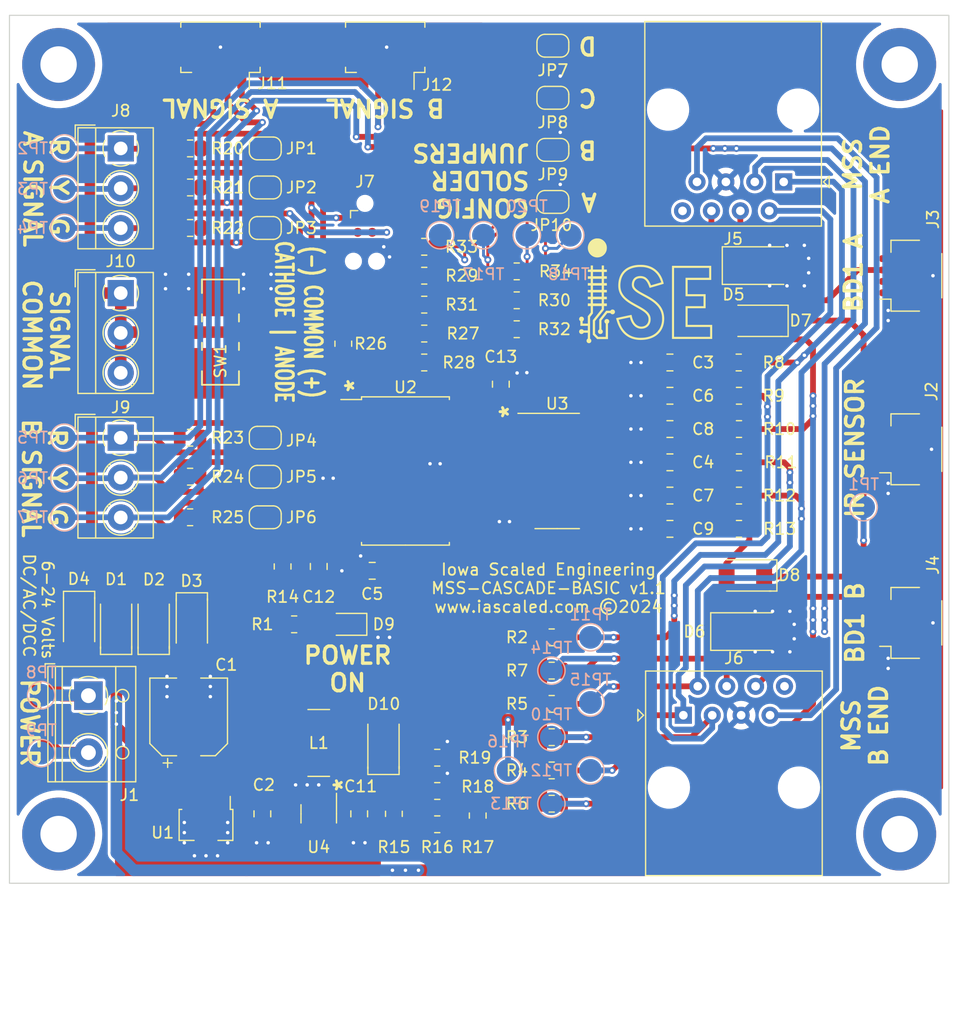
<source format=kicad_pcb>
(kicad_pcb (version 20211014) (generator pcbnew)
  (layers (0 "F.Cu" signal) (31 "B.Cu" signal) (34 "B.Paste" user) (35 "F.Paste" user) (36 "B.SilkS" user "B.Silkscreen") (37 "F.SilkS" user "F.Silkscreen") (38 "B.Mask" user) (39 "F.Mask" user) (44 "Edge.Cuts" user))
  (net 0 "")
  (net 1 "/VPWR")
  (net 2 "GND")
  (net 3 "+5V")
  (net 4 "Net-(C3-Pad1)")
  (net 5 "Net-(D1-Pad2)")
  (net 6 "Net-(D2-Pad2)")
  (net 7 "Net-(C4-Pad1)")
  (net 8 "Net-(C7-Pad1)")
  (net 13 "Net-(C8-Pad1)")
  (net 14 "Net-(C9-Pad1)")
  (net 15 "+12V")
  (net 16 "Net-(C12-Pad1)")
  (net 17 "/A_ADJACENT")
  (net 18 "/B_ADJACENT")
  (net 19 "Net-(D7-Pad1)")
  (net 20 "Net-(D9-Pad2)")
  (net 21 "Net-(D10-Pad2)")
  (net 25 "Net-(C6-Pad1)")
  (net 26 "Net-(J5-Pad1)")
  (net 27 "Net-(J5-Pad2)")
  (net 28 "Net-(J5-Pad3)")
  (net 29 "Net-(J5-Pad7)")
  (net 30 "/A_APPROACH_DIV")
  (net 31 "Net-(J6-Pad1)")
  (net 32 "/B_APPROACH_DIV")
  (net 33 "Net-(JP3-Pad2)")
  (net 34 "Net-(JP4-Pad2)")
  (net 35 "Net-(JP6-Pad2)")
  (net 36 "Net-(J8-Pad1)")
  (net 37 "Net-(J8-Pad2)")
  (net 38 "Net-(J10-Pad1)")
  (net 39 "Net-(JP10-Pad1)")
  (net 40 "Net-(J9-Pad2)")
  (net 41 "/COM_SENSE")
  (net 42 "/A_SIGNAL_R")
  (net 43 "/A_SIGNAL_Y")
  (net 44 "/A_SIGNAL_G")
  (net 45 "/B_SIGNAL_R")
  (net 46 "/B_SIGNAL_Y")
  (net 47 "/B_SIGNAL_G")
  (net 48 "Net-(JP8-Pad1)")
  (net 49 "Net-(JP9-Pad1)")
  (net 50 "Net-(R15-Pad1)")
  (net 51 "Net-(R16-Pad1)")
  (net 52 "Net-(R17-Pad1)")
  (net 53 "Net-(R18-Pad1)")
  (net 54 "/B_ADJACENT_5V")
  (net 55 "/B_APPROACH_5V")
  (net 56 "/B_ADV_APPROACH_5V")
  (net 57 "/A_ADJACENT_5V")
  (net 58 "/A_APPROACH_5V")
  (net 59 "/A_ADV_APPROACH_5V")
  (net 60 "/OPTIONS_1")
  (net 61 "/OPTIONS_2")
  (net 62 "Net-(R29-Pad1)")
  (net 63 "Net-(R30-Pad1)")
  (net 64 "Net-(TP19-Pad1)")
  (footprint "Resistor_SMD:R_0805_2012Metric" (layer "F.Cu") (at 66.548 185.828 -90)
    (fp_text reference "R17")
    (fp_text value "1k")
  )
  (footprint "ISE_Generic:SOD-123T" (layer "F.Cu") (at 91.059 142.367 180)
    (fp_text reference "D7")
    (fp_text value "CDBM140G")
  )
  (footprint "Resistor_SMD:R_0805_2012Metric" (layer "F.Cu") (at 89.508064 148.971)
    (fp_text reference "R9")
    (fp_text value "10k")
  )
  (footprint "Resistor_SMD:R_0805_2012Metric" (layer "F.Cu") (at 89.508064 157.734)
    (fp_text reference "R12")
    (fp_text value "10k")
  )
  (footprint "Connector_Molex:Molex_PicoBlade_53261-0471_1x04-1MP_P1.25mm_Horizontal" (layer "F.Cu") (at 58.42 118.872 180)
    (fp_text reference "J12")
    (fp_text value "Molex 0532610471")
  )
  (footprint "Resistor_SMD:R_0805_2012Metric" (layer "F.Cu") (at 41.275 127.254)
    (fp_text reference "R20")
    (fp_text value "330")
  )
  (footprint "Resistor_SMD:R_0805_2012Metric" (layer "F.Cu") (at 89.508064 151.892)
    (fp_text reference "R10")
    (fp_text value "10k")
  )
  (footprint "Capacitor_SMD:CP_Elec_6.3x5.8" (layer "F.Cu") (at 41.148 177.165 90)
    (fp_text reference "C1")
    (fp_text value "68uF")
  )
  (footprint "Connector_JST:JST_SH_SM04B-SRSS-TB_1x04-1MP_P1.00mm_Horizontal" (layer "F.Cu") (at 104.648 153.67 90)
    (fp_text reference "J2")
    (fp_text value "SM04B-SRSS")
  )
  (footprint "MountingHole:MountingHole_3.2mm_M3_Pad" (layer "F.Cu") (at 103.632 187.452)
    (fp_text reference "H2" hide)
    (fp_text value "MountingHole")
  )
  (footprint "Resistor_SMD:R_0805_2012Metric" (layer "F.Cu") (at 61.849 143.51 180)
    (fp_text reference "R27")
    (fp_text value "10k")
  )
  (footprint "Resistor_SMD:R_0805_2012Metric" (layer "F.Cu") (at 62.992 183.669)
    (fp_text reference "R18")
    (fp_text value "1k")
  )
  (footprint "Capacitor_SMD:C_0805_2012Metric" (layer "F.Cu") (at 83.439 157.734 180)
    (fp_text reference "C7")
    (fp_text value "0.1uF")
  )
  (footprint "Resistor_SMD:R_0805_2012Metric" (layer "F.Cu") (at 73.0485 184.785 180)
    (fp_text reference "R6")
    (fp_text value "10k")
  )
  (footprint "Jumper:SolderJumper-2_P1.3mm_Open_RoundedPad1.0x1.5mm" (layer "F.Cu") (at 47.879 134.239)
    (fp_text reference "JP3")
    (fp_text value "SolderJumper_2_Open")
  )
  (footprint "Resistor_SMD:R_0805_2012Metric" (layer "F.Cu") (at 50.419 169.037 180)
    (fp_text reference "R1")
    (fp_text value "1k")
  )
  (footprint "Capacitor_SMD:C_0805_2012Metric" (layer "F.Cu") (at 47.625 185.674 -90)
    (fp_text reference "C2")
    (fp_text value "22uF")
  )
  (footprint "Resistor_SMD:R_0805_2012Metric" (layer "F.Cu") (at 61.849 138.43 180)
    (fp_text reference "R29")
    (fp_text value "10k")
  )
  (footprint "Diode_SMD:D_SMA" (layer "F.Cu") (at 90.424 169.672)
    (fp_text reference "D6")
    (fp_text value "SMAJ18A-TP")
  )
  (footprint "Jumper:SolderJumper-2_P1.3mm_Open_RoundedPad1.0x1.5mm" (layer "F.Cu") (at 73.152 127.381)
    (fp_text reference "JP9")
    (fp_text value "SolderJumper_2_Open")
  )
  (footprint "Resistor_SMD:R_0805_2012Metric" (layer "F.Cu") (at 69.977 143.129 180)
    (fp_text reference "R32")
    (fp_text value "10k")
  )
  (footprint "Resistor_SMD:R_0805_2012Metric" (layer "F.Cu") (at 41.275 152.654)
    (fp_text reference "R23")
    (fp_text value "330")
  )
  (footprint "MountingHole:MountingHole_3.2mm_M3_Pad" (layer "F.Cu") (at 103.632 119.888)
    (fp_text reference "H3" hide)
    (fp_text value "MountingHole")
  )
  (footprint "Resistor_SMD:R_0805_2012Metric" (layer "F.Cu") (at 49.403 163.957 -90)
    (fp_text reference "R14")
    (fp_text value "10k")
  )
  (footprint "Jumper:SolderJumper-2_P1.3mm_Open_RoundedPad1.0x1.5mm" (layer "F.Cu") (at 47.879 152.654)
    (fp_text reference "JP4")
    (fp_text value "SolderJumper_2_Open")
  )
  (footprint "Resistor_SMD:R_0805_2012Metric" (layer "F.Cu") (at 41.275 156.074)
    (fp_text reference "R24")
    (fp_text value "330")
  )
  (footprint "Capacitor_SMD:C_0805_2012Metric" (layer "F.Cu") (at 83.439 154.813 180)
    (fp_text reference "C4")
    (fp_text value "0.1uF")
  )
  (footprint "Resistor_SMD:R_0805_2012Metric" (layer "F.Cu") (at 54.737 144.399 -90)
    (fp_text reference "R26")
    (fp_text value "10k")
  )
  (footprint "TerminalBlock_RND:TerminalBlock_RND_205-00012_1x02_P5.00mm_Horizontal" (layer "F.Cu") (at 32.339 175.3 -90)
    (fp_text reference "J1")
    (fp_text value "Screw_Terminal_01x02")
  )
  (footprint "Connector_Molex:Molex_PicoBlade_53261-0471_1x04-1MP_P1.25mm_Horizontal" (layer "F.Cu") (at 43.942 118.872 180)
    (fp_text reference "J11")
    (fp_text value "Molex 0532610471")
  )
  (footprint "Capacitor_SMD:C_0805_2012Metric" (layer "F.Cu") (at 83.439 151.892 180)
    (fp_text reference "C8")
    (fp_text value "0.1uF")
  )
  (footprint "ISE_Generic:SOD-123T" (layer "F.Cu") (at 31.496 168.91 -90)
    (fp_text reference "D4")
    (fp_text value "CDBM140G")
  )
  (footprint "Jumper:SolderJumper-2_P1.3mm_Open_RoundedPad1.0x1.5mm" (layer "F.Cu") (at 47.879 159.639)
    (fp_text reference "JP6")
    (fp_text value "SolderJumper_2_Open")
  )
  (footprint "Package_SO:SO-16_3.9x9.9mm_P1.27mm" (layer "F.Cu") (at 73.533 155.575)
    (fp_text reference "U3")
    (fp_text value "74HC4049")
  )
  (footprint "Resistor_SMD:R_0805_2012Metric" (layer "F.Cu") (at 62.992 180.748 180)
    (fp_text reference "R19")
    (fp_text value "330")
  )
  (footprint "Capacitor_SMD:C_0805_2012Metric" (layer "F.Cu") (at 57.277 164.338 180)
    (fp_text reference "C5")
    (fp_text value "0.1uF")
  )
  (footprint "Resistor_SMD:R_0805_2012Metric" (layer "F.Cu") (at 61.849 146.05 180)
    (fp_text reference "R28")
    (fp_text value "10k")
  )
  (footprint "Resistor_SMD:R_0805_2012Metric" (layer "F.Cu") (at 89.508064 160.655)
    (fp_text reference "R13")
    (fp_text value "10k")
  )
  (footprint "Jumper:SolderJumper-2_P1.3mm_Open_RoundedPad1.0x1.5mm" (layer "F.Cu") (at 73.152 122.809)
    (fp_text reference "JP8")
    (fp_text value "SolderJumper_2_Open")
  )
  (footprint "TerminalBlock_MetzConnect:TerminalBlock_MetzConnect_Type059_RT06303HBWC_1x03_P3.50mm_Horizontal" (layer "F.Cu") (at 35.179 127.254 -90)
    (fp_text reference "J8")
    (fp_text value "Screw_Terminal_01x02")
  )
  (footprint "Resistor_SMD:R_0805_2012Metric" (layer "F.Cu") (at 73.0485 181.864 180)
    (fp_text reference "R4")
    (fp_text value "10k")
  )
  (footprint "TerminalBlock_MetzConnect:TerminalBlock_MetzConnect_Type059_RT06303HBWC_1x03_P3.50mm_Horizontal" (layer "F.Cu") (at 35.179 152.654 -90)
    (fp_text reference "J9")
    (fp_text value "Screw_Terminal_01x02")
  )
  (footprint "Resistor_SMD:R_0805_2012Metric" (layer "F.Cu") (at 61.849 140.97 180)
    (fp_text reference "R31")
    (fp_text value "10k")
  )
  (footprint "Jumper:SolderJumper-2_P1.3mm_Open_RoundedPad1.0x1.5mm" (layer "F.Cu") (at 73.152 118.237)
    (fp_text reference "JP7")
    (fp_text value "SolderJumper_2_Open")
  )
  (footprint "Resistor_SMD:R_0805_2012Metric" (layer "F.Cu") (at 69.977 140.589 180)
    (fp_text reference "R30")
    (fp_text value "10k")
  )
  (footprint "Connector_JST:JST_SH_SM04B-SRSS-TB_1x04-1MP_P1.00mm_Horizontal" (layer "F.Cu") (at 104.648 138.43 90)
    (fp_text reference "J3")
    (fp_text value "SM04B-SRSS")
  )
  (footprint "ISE_Generic:SOD-123T" (layer "F.Cu") (at 41.402 169.037 -90)
    (fp_text reference "D3")
    (fp_text value "CDBM140G")
  )
  (footprint "Resistor_SMD:R_0805_2012Metric" (layer "F.Cu") (at 41.275 130.683)
    (fp_text reference "R21")
    (fp_text value "330")
  )
  (footprint "Capacitor_SMD:C_0805_2012Metric" (layer "F.Cu") (at 83.439 148.971 180)
    (fp_text reference "C6")
    (fp_text value "0.1uF")
  )
  (footprint "TerminalBlock_MetzConnect:TerminalBlock_MetzConnect_Type059_RT06303HBWC_1x03_P3.50mm_Horizontal" (layer "F.Cu") (at 35.179 139.954 -90)
    (fp_text reference "J10")
    (fp_text value "Screw_Terminal_01x02")
  )
  (footprint "Jumper:SolderJumper-2_P1.3mm_Open_RoundedPad1.0x1.5mm" (layer "F.Cu") (at 47.879 156.083)
    (fp_text reference "JP5")
    (fp_text value "SolderJumper_2_Open")
  )
  (footprint "Connector_JST:JST_SH_SM04B-SRSS-TB_1x04-1MP_P1.00mm_Horizontal" (layer "F.Cu") (at 104.648 168.91 90)
    (fp_text reference "J4")
    (fp_text value "SM04B-SRSS")
  )
  (footprint "ISE_Generic:SOD-123T" (layer "F.Cu") (at 38.1 168.91 90)
    (fp_text reference "D2")
    (fp_text value "CDBM140G")
  )
  (footprint "Resistor_SMD:R_0805_2012Metric" (layer "F.Cu") (at 73.0485 173.101 180)
    (fp_text reference "R7")
    (fp_text value "10k")
  )
  (footprint "Capacitor_SMD:C_0805_2012Metric" (layer "F.Cu") (at 83.439 160.655 180)
    (fp_text reference "C9")
    (fp_text value "0.1uF")
  )
  (footprint "Resistor_SMD:R_0805_2012Metric" (layer "F.Cu") (at 73.0485 178.943 180)
    (fp_text reference "R3")
    (fp_text value "10k")
  )
  (footprint "Capacitor_SMD:C_0805_2012Metric" (layer "F.Cu") (at 68.58 147.955 90)
    (fp_text reference "C13")
    (fp_text value "0.1uF")
  )
  (footprint "Connector_RJ:RJ45_Amphenol_54602-x08_Horizontal" (layer "F.Cu") (at 93.4365 130.195 180)
    (fp_text reference "J5")
    (fp_text value "8P8C")
  )
  (footprint "MountingHole:MountingHole_3.2mm_M3_Pad" (layer "F.Cu") (at 29.718 187.452)
    (fp_text reference "H1" hide)
    (fp_text value "MountingHole")
  )
  (footprint "Diode_SMD:D_SMA" (layer "F.Cu") (at 91.44 137.541)
    (fp_text reference "D5")
    (fp_text value "SMAJ18A-TP")
  )
  (footprint "Resistor_SMD:R_0805_2012Metric" (layer "F.Cu") (at 89.484564 146.05)
    (fp_text reference "R8")
    (fp_text value "10k")
  )
  (footprint "ISE_Generic:SOD-123T" (layer "F.Cu") (at 34.798 168.91 90)
    (fp_text reference "D1")
    (fp_text value "CDBM140G")
  )
  (footprint "MountingHole:MountingHole_3.2mm_M3_Pad" (layer "F.Cu") (at 29.718 119.888)
    (fp_text reference "H4" hide)
    (fp_text value "MountingHole")
  )
  (footprint "Jumper:SolderJumper-2_P1.3mm_Open_RoundedPad1.0x1.5mm" (layer "F.Cu") (at 73.152 131.953)
    (fp_text reference "JP10")
    (fp_text value "SolderJumper_2_Open")
  )
  (footprint "Resistor_SMD:R_0805_2012Metric" (layer "F.Cu") (at 73.0485 176.022 180)
    (fp_text reference "R5")
    (fp_text value "10k")
  )
  (footprint "Connector_RJ:RJ45_Amphenol_54602-x08_Horizontal" (layer "F.Cu") (at 84.6175 177.018)
    (fp_text reference "J6")
    (fp_text value "8P8C")
  )
  (footprint "Resistor_SMD:R_0805_2012Metric" (layer "F.Cu") (at 41.275 134.239)
    (fp_text reference "R22")
    (fp_text value "330")
  )
  (footprint "ISE_UltraLibrarian:MSS6132-xxxMLC" (layer "F.Cu") (at 52.578 179.451)
    (fp_text reference "L1")
    (fp_text value "4.7uH" hide)
  )
  (footprint "LED_SMD:LED_0805_2012Metric" (layer "F.Cu") (at 55.118 169.037 180)
    (fp_text reference "D9")
    (fp_text value "GREEN LED")
  )
  (footprint "Capacitor_SMD:C_0805_2012Metric" (layer "F.Cu") (at 56.134 185.674 -90)
    (fp_text reference "C11")
    (fp_text value "10uF")
  )
  (footprint "Jumper:SolderJumper-2_P1.3mm_Open_RoundedPad1.0x1.5mm" (layer "F.Cu") (at 47.879 130.683)
    (fp_text reference "JP2")
    (fp_text value "SolderJumper_2_Open")
  )
  (footprint "Package_SO:SOIC-20W_7.5x12.8mm_P1.27mm" (layer "F.Cu") (at 60.198 155.575)
    (fp_text reference "U2")
    (fp_text value "ATtiny861A-S")
  )
  (footprint "Connector:Tag-Connect_TC2030-IDC-NL_2x03_P1.27mm_Vertical" (layer "F.Cu") (at 56.642 134.62 -90)
    (fp_text reference "J7")
    (fp_text value "AVR-ISP")
  )
  (footprint "ISE_Generic:SOD-123T" (layer "F.Cu") (at 58.293 179.451 90)
    (fp_text reference "D10")
    (fp_text value "CDBM140G")
  )
  (footprint "ISE_UltraLibrarian:SW_JS202011SCQN" (layer "F.Cu") (at 43.942 143.383 180)
    (fp_text reference "SW1")
    (fp_text value "JS202011SCQN")
  )
  (footprint "Resistor_SMD:R_0805_2012Metric" (layer "F.Cu") (at 89.508064 154.813)
    (fp_text reference "R11")
    (fp_text value "10k")
  )
  (footprint "Resistor_SMD:R_0805_2012Metric" (layer "F.Cu") (at 62.992 186.59 180)
    (fp_text reference "R16")
    (fp_text value "10k")
  )
  (footprint "Package_TO_SOT_SMD:SOT-23-5" (layer "F.Cu") (at 52.578 185.674 -90)
    (fp_text reference "U4")
    (fp_text value "AP3012")
  )
  (footprint "Resistor_SMD:R_0805_2012Metric" (layer "F.Cu") (at 41.275 159.639)
    (fp_text reference "R25")
    (fp_text value "330")
  )
  (footprint "Resistor_SMD:R_0805_2012Metric" (layer "F.Cu") (at 61.849 135.89 180)
    (fp_text reference "R33")
    (fp_text value "10k")
  )
  (footprint "Resistor_SMD:R_0805_2012Metric" (layer "F.Cu") (at 73.0485 170.18 180)
    (fp_text reference "R2")
    (fp_text value "10k")
  )
  (footprint "ISE_Generic:SOT-89-3" (layer "F.Cu") (at 42.672 186.3475 -90)
    (fp_text reference "U1")
    (fp_text value "AP7381-50Y")
  )
  (footprint "Capacitor_SMD:C_0805_2012Metric" (layer "F.Cu") (at 52.578 163.957 -90)
    (fp_text reference "C12")
    (fp_text value "1uF")
  )
  (footprint "Jumper:SolderJumper-2_P1.3mm_Open_RoundedPad1.0x1.5mm" (layer "F.Cu") (at 47.879 127.254)
    (fp_text reference "JP1")
    (fp_text value "SolderJumper_2_Open")
  )
  (footprint "Capacitor_SMD:C_0805_2012Metric" (layer "F.Cu") (at 83.439 146.05 180)
    (fp_text reference "C3")
    (fp_text value "0.1uF")
  )
  (footprint "ISE_Generic:SOD-123T" (layer "F.Cu") (at 90.06875 164.719 180)
    (fp_text reference "D8")
    (fp_text value "CDBM140G")
  )
  (footprint "Resistor_SMD:R_0805_2012Metric" (layer "F.Cu") (at 69.977 138.049 180)
    (fp_text reference "R34")
    (fp_text value "10k")
  )
  (footprint "Resistor_SMD:R_0805_2012Metric" (layer "F.Cu") (at 59.182 185.674 90)
    (fp_text reference "R15")
    (fp_text value "10k")
  )
  (footprint "TestPoint:TestPoint_Pad_D2.0mm" (layer "B.Cu") (at 73.025 184.785 180)
    (fp_text reference "TP13")
    (fp_text value "TestPoint")
  )
  (footprint "TestPoint:TestPoint_Pad_D2.0mm" (layer "B.Cu") (at 30.226 127.254 180)
    (fp_text reference "TP2")
    (fp_text value "TestPoint")
  )
  (footprint "TestPoint:TestPoint_Pad_D2.0mm" (layer "B.Cu") (at 76.454 175.895 180)
    (fp_text reference "TP15")
    (fp_text value "TestPoint")
  )
  (footprint "TestPoint:TestPoint_Pad_D2.0mm" (layer "B.Cu") (at 30.226 156.21 180)
    (fp_text reference "TP6")
    (fp_text value "TestPoint")
  )
  (footprint "TestPoint:TestPoint_Pad_D2.0mm" (layer "B.Cu") (at 30.226 130.81 180)
    (fp_text reference "TP3")
    (fp_text value "TestPoint")
  )
  (footprint "TestPoint:TestPoint_Pad_D2.0mm" (layer "B.Cu") (at 73.025 178.943 180)
    (fp_text reference "TP10")
    (fp_text value "TestPoint")
  )
  (footprint "TestPoint:TestPoint_Pad_D2.0mm" (layer "B.Cu") (at 73.025 173.101 180)
    (fp_text reference "TP14")
    (fp_text value "TestPoint")
  )
  (footprint "TestPoint:TestPoint_Pad_D2.0mm" (layer "B.Cu") (at 69.215 181.864 180)
    (fp_text reference "TP16")
    (fp_text value "TestPoint")
  )
  (footprint "TestPoint:TestPoint_Pad_D2.0mm" (layer "B.Cu") (at 76.454 181.864 180)
    (fp_text reference "TP12")
    (fp_text value "TestPoint")
  )
  (footprint "TestPoint:TestPoint_Pad_D2.0mm" (layer "B.Cu") (at 30.226 159.639 180)
    (fp_text reference "TP7")
    (fp_text value "TestPoint")
  )
  (footprint "TestPoint:TestPoint_Pad_D2.0mm" (layer "B.Cu") (at 67.056 134.874 180)
    (fp_text reference "TP17")
    (fp_text value "TestPoint")
  )
  (footprint "TestPoint:TestPoint_Pad_D2.0mm" (layer "B.Cu") (at 74.676 134.874 180)
    (fp_text reference "TP18")
    (fp_text value "TestPoint")
  )
  (footprint "TestPoint:TestPoint_Pad_D2.0mm" (layer "B.Cu") (at 28.194 175.26 180)
    (fp_text reference "TP8")
    (fp_text value "TestPoint")
  )
  (footprint "TestPoint:TestPoint_Pad_D2.0mm" (layer "B.Cu") (at 28.194 180.34 180)
    (fp_text reference "TP9")
    (fp_text value "TestPoint")
  )
  (footprint "TestPoint:TestPoint_Pad_D2.0mm" (layer "B.Cu") (at 63.246 134.874 180)
    (fp_text reference "TP19")
    (fp_text value "TestPoint")
  )
  (footprint "TestPoint:TestPoint_Pad_D2.0mm" (layer "B.Cu") (at 30.226 152.654 180)
    (fp_text reference "TP5")
    (fp_text value "TestPoint")
  )
  (footprint "TestPoint:TestPoint_Pad_D2.0mm" (layer "B.Cu") (at 70.866 134.874 180)
    (fp_text reference "TP20")
    (fp_text value "TestPoint")
  )
  (footprint "TestPoint:TestPoint_Pad_D2.0mm" (layer "B.Cu") (at 76.454 170.18 180)
    (fp_text reference "TP11")
    (fp_text value "TestPoint")
  )
  (footprint "TestPoint:TestPoint_Pad_D2.0mm" (layer "B.Cu") (at 100.457 158.75 180)
    (fp_text reference "TP1")
    (fp_text value "TestPoint")
  )
  (footprint "TestPoint:TestPoint_Pad_D2.0mm" (layer "B.Cu") (at 30.226 134.239 180)
    (fp_text reference "TP4")
    (fp_text value "TestPoint")
  )
  (gr_poly (pts (xy 80.925511 137.477072) (xy 80.995292 137.47815) (xy 81.05492 137.480054) (xy 81.099516 137.482802) (xy 81.255151 137.50206) (xy 81.405229 137.530898) (xy 81.478127 137.548866) (xy 81.549567 137.569175) (xy 81.619527 137.591808) (xy 81.687982 137.616747) (xy 81.754911 137.643975) (xy 81.820291 137.673473) (xy 81.884098 137.705223) (xy 81.946311 137.739208) (xy 82.006905 137.77541) (xy 82.065858 137.813811) (xy 82.123148 137.854394) (xy 82.178751 137.89714) (xy 82.232645 137.942031) (xy 82.284806 137.98905) (xy 82.335212 138.038179) (xy 82.383841 138.089401) (xy 82.430668 138.142696) (xy 82.475671 138.198048) (xy 82.518828 138.255439) (xy 82.560115 138.31485) (xy 82.59951 138.376265) (xy 82.636989 138.439665) (xy 82.672531 138.505031) (xy 82.706111 138.572348) (xy 82.737708 138.641596) (xy 82.767298 138.712758) (xy 82.820366 138.860752) (xy 82.831733 138.896938) (xy 82.843704 138.937646) (xy 82.855626 138.980323) (xy 82.866844 139.022412) (xy 82.876707 139.06136) (xy 82.88456 139.09461) (xy 82.889751 139.119609) (xy 82.891144 139.128216) (xy 82.891627 139.133802) (xy 82.889856 139.135716) (xy 82.884373 139.1386) (xy 82.861244 139.147582) (xy 82.759159 139.180545) (xy 82.568968 139.237585) (xy 82.274266 139.323596) (xy 82.03409 139.393027) (xy 81.837174 139.449361) (xy 81.703758 139.48691) (xy 81.667188 139.496862) (xy 81.654083 139.499985) (xy 81.652884 139.497507) (xy 81.650445 139.491408) (xy 81.642441 139.469999) (xy 81.631262 139.439065) (xy 81.618099 139.401913) (xy 81.587485 139.318396) (xy 81.55618 139.24029) (xy 81.524103 139.167498) (xy 81.491176 139.099924) (xy 81.457319 139.037473) (xy 81.422452 138.980047) (xy 81.404615 138.953189) (xy 81.386496 138.927552) (xy 81.368084 138.903123) (xy 81.349371 138.87989) (xy 81.330345 138.857842) (xy 81.310997 138.836966) (xy 81.291317 138.817251) (xy 81.271295 138.798684) (xy 81.250921 138.781253) (xy 81.230186 138.764947) (xy 81.209078 138.749753) (xy 81.187589 138.735659) (xy 81.165708 138.722654) (xy 81.143425 138.710725) (xy 81.120731 138.69986) (xy 81.097616 138.690047) (xy 81.074068 138.681275) (xy 81.05008 138.673531) (xy 81.02564 138.666803) (xy 81.000738 138.66108) (xy 80.984083 138.657839) (xy 80.96625 138.654996) (xy 80.947419 138.652551) (xy 80.927768 138.650507) (xy 80.886723 138.647623) (xy 80.844546 138.646351) (xy 80.802666 138.6467) (xy 80.762514 138.648678) (xy 80.743533 138.65028) (xy 80.725521 138.652292) (xy 80.708655 138.654716) (xy 80.693116 138.657552) (xy 80.647623 138.66865) (xy 80.6048 138.682369) (xy 80.56464 138.69872) (xy 80.527134 138.717712) (xy 80.509374 138.728201) (xy 80.492274 138.739353) (xy 80.475833 138.751171) (xy 80.460051 138.763654) (xy 80.444926 138.776804) (xy 80.430458 138.790623) (xy 80.416644 138.805112) (xy 80.403485 138.820271) (xy 80.390979 138.836101) (xy 80.379126 138.852605) (xy 80.367923 138.869783) (xy 80.357371 138.887636) (xy 80.338212 138.925373) (xy 80.321641 138.965825) (xy 80.30765 139.009001) (xy 80.29623 139.054911) (xy 80.287373 139.103563) (xy 80.281071 139.154969) (xy 80.279255 139.176423) (xy 80.278049 139.196924) (xy 80.27747 139.216562) (xy 80.277533 139.235424) (xy 80.278253 139.2536) (xy 80.279645 139.271178) (xy 80.281726 139.288249) (xy 80.284511 139.304899) (xy 80.288015 139.321219) (xy 80.292254 139.337297) (xy 80.297244 139.353222) (xy 80.302999 139.369083) (xy 80.309536 139.384968) (xy 80.316869 139.400968) (xy 80.325015 139.41717) (xy 80.333988 139.433663) (xy 80.345359 139.452888) (xy 80.358046 139.472207) (xy 80.37206 139.491629) (xy 80.387412 139.511164) (xy 80.404112 139.530823) (xy 80.422169 139.550617) (xy 80.441595 139.570556) (xy 80.462399 139.590649) (xy 80.484593 139.610908) (xy 80.508186 139.631343) (xy 80.533189 139.651963) (xy 80.559612 139.67278) (xy 80.587465 139.693804) (xy 80.616759 139.715045) (xy 80.647504 139.736513) (xy 80.67971 139.758219) (xy 80.725209 139.787917) (xy 80.770914 139.81668) (xy 80.819547 139.846089) (xy 80.873826 139.877722) (xy 81.010208 139.953977) (xy 81.201821 140.05808) (xy 81.33289 140.128843) (xy 81.445503 140.190405) (xy 81.542638 140.244475) (xy 81.627272 140.292765) (xy 81.70238 140.336988) (xy 81.77094 140.378854) (xy 81.835928 140.420075) (xy 81.900321 140.462363) (xy 82.022411 140.547388) (xy 82.136339 140.633771) (xy 82.242212 140.72168) (xy 82.340136 140.811282) (xy 82.430218 140.902744) (xy 82.512563 140.996234) (xy 82.587279 141.091919) (xy 82.654472 141.189967) (xy 82.714249 141.290545) (xy 82.766715 141.39382) (xy 82.811977 141.499961) (xy 82.850143 141.609133) (xy 82.881317 141.721506) (xy 82.905607 141.837245) (xy 82.923119 141.95652) (xy 82.93396 142.079496) (xy 82.936984 142.155076) (xy 82.937113 142.233021) (xy 82.934432 142.312388) (xy 82.929021 142.392234) (xy 82.920965 142.471617) (xy 82.910346 142.549595) (xy 82.897246 142.625224) (xy 82.881749 142.697563) (xy 82.84565 142.828841) (xy 82.800723 142.954537) (xy 82.747168 143.074473) (xy 82.685186 143.188475) (xy 82.614976 143.296367) (xy 82.536741 143.397973) (xy 82.450679 143.493117) (xy 82.356992 143.581624) (xy 82.25588 143.663318) (xy 82.147544 143.738023) (xy 82.032184 143.805564) (xy 81.910001 143.865764) (xy 81.781195 143.918449) (xy 81.645966 143.963442) (xy 81.504515 144.000568) (xy 81.357044 144.029651) (xy 81.25079 144.04499) (xy 81.141485 144.056584) (xy 81.030577 144.064391) (xy 80.919511 144.068369) (xy 80.809735 144.068478) (xy 80.702696 144.064676) (xy 80.599841 144.056922) (xy 80.550434 144.05155) (xy 80.502616 144.045174) (xy 80.387847 144.02529) (xy 80.276384 144.000042) (xy 80.16824 143.969437) (xy 80.06343 143.933487) (xy 79.961969 143.892199) (xy 79.863871 143.845583) (xy 79.76915 143.793649) (xy 79.677822 143.736405) (xy 79.5899 143.673862) (xy 79.505399 143.606027) (xy 79.424333 143.532912) (xy 79.346718 143.454525) (xy 79.272566 143.370874) (xy 79.201894 143.281971) (xy 79.134715 143.187823) (xy 79.071044 143.088441) (xy 79.047464 143.047866) (xy 79.020916 142.999188) (xy 78.992599 142.944821) (xy 78.963711 142.887181) (xy 78.935452 142.82868) (xy 78.909019 142.771734) (xy 78.885613 142.718757) (xy 78.866432 142.672163) (xy 78.839391 142.600367) (xy 78.811234 142.51941) (xy 78.783622 142.434881) (xy 78.758218 142.35237) (xy 78.743357 142.30068) (xy 78.939576 142.30068) (xy 78.93981 142.304127) (xy 78.940507 142.308459) (xy 78.941682 142.313797) (xy 78.943348 142.320261) (xy 78.945521 142.327973) (xy 78.951444 142.347622) (xy 78.959566 142.373713) (xy 78.977908 142.430298) (xy 78.997195 142.486239) (xy 79.017395 142.541471) (xy 79.038478 142.59593) (xy 79.060413 142.649549) (xy 79.083168 142.702263) (xy 79.106713 142.754008) (xy 79.131016 142.804719) (xy 79.156047 142.85433) (xy 79.181775 142.902776) (xy 79.208168 142.949992) (xy 79.235196 142.995913) (xy 79.262827 143.040475) (xy 79.291031 143.08361) (xy 79.319777 143.125256) (xy 79.349033 143.165346) (xy 79.410271 143.242871) (xy 79.474145 143.315913) (xy 79.540677 143.384486) (xy 79.60989 143.448605) (xy 79.681807 143.508283) (xy 79.75645 143.563536) (xy 79.833842 143.614377) (xy 79.914006 143.660823) (xy 79.996965 143.702885) (xy 80.082742 143.740581) (xy 80.171358 143.773923) (xy 80.262837 143.802926) (xy 80.357202 143.827605) (xy 80.454476 143.847974) (xy 80.55468 143.864048) (xy 80.657838 143.87584) (xy 80.71358 143.87943) (xy 80.781377 143.881275) (xy 80.857342 143.881483) (xy 80.937591 143.880162) (xy 81.018237 143.877418) (xy 81.095393 143.87336) (xy 81.165174 143.868094) (xy 81.223694 143.861729) (xy 81.306328 143.84936) (xy 81.386752 143.834739) (xy 81.464972 143.817865) (xy 81.540995 143.798736) (xy 81.614827 143.77735) (xy 81.686475 143.753705) (xy 81.755943 143.727798) (xy 81.823239 143.699628) (xy 81.888369 143.669192) (xy 81.951339 143.636489) (xy 82.012155 143.601516) (xy 82.070823 143.564272) (xy 82.12735 143.524753) (xy 82.181742 143.482959) (xy 82.234004 143.438887) (xy 82.284144 143.392535) (xy 82.33012 143.346099) (xy 82.373611 143.298299) (xy 82.414647 143.249077) (xy 82.453256 143.198375) (xy 82.489468 143.146135) (xy 82.52331 143.092299) (xy 82.554813 143.03681) (xy 82.584005 142.979609) (xy 82.610914 142.920638) (xy 82.635571 142.859841) (xy 82.658003 142.797158) (xy 82.678241 142.732532) (xy 82.696312 142.665905) (xy 82.712245 142.59722) (xy 82.72607 142.526417) (xy 82.737816 142.453441) (xy 82.740389 142.432143) (xy 82.742554 142.406257) (xy 82.745687 142.34333) (xy 82.747267 142.269886) (xy 82.747341 142.19115) (xy 82.74596 142.112349) (xy 82.743174 142.038706) (xy 82.739031 141.975449) (xy 82.733582 141.927802) (xy 82.726855 141.889055) (xy 82.718523 141.847225) (xy 82.708902 141.803592) (xy 82.698305 141.759438) (xy 82.687046 141.716045) (xy 82.675441 141.674695) (xy 82.663802 141.636668) (xy 82.652444 141.603246) (xy 82.641589 141.574886) (xy 82.629699 141.545964) (xy 82.616832 141.516579) (xy 82.603044 141.48683) (xy 82.588391 141.456816) (xy 82.572932 141.426637) (xy 82.539819 141.36618) (xy 82.50416 141.306251) (xy 82.466408 141.247646) (xy 82.44689 141.219088) (xy 82.42702 141.191158) (xy 82.406854 141.163955) (xy 82.386449 141.137579) (xy 82.372661 141.120847) (xy 82.356376 141.102076) (xy 82.31758 141.05966) (xy 82.272583 141.012812) (xy 82.223907 140.964013) (xy 82.174073 140.915743) (xy 82.125603 140.870483) (xy 82.08102 140.830713) (xy 82.042844 140.798913) (xy 81.955384 140.731701) (xy 81.868494 140.66854) (xy 81.777917 140.606801) (xy 81.679395 140.543855) (xy 81.568668 140.477072) (xy 81.441479 140.403824) (xy 81.29357 140.321481) (xy 81.120683 140.227413) (xy 80.946742 140.132687) (xy 80.80165 140.051553) (xy 80.738664 140.015267) (xy 80.681379 139.9814) (xy 80.629293 139.949625) (xy 80.581903 139.919614) (xy 80.538704 139.891043) (xy 80.499194 139.863583) (xy 80.46287 139.836909) (xy 80.429227 139.810694) (xy 80.397763 139.784611) (xy 80.367975 139.758334) (xy 80.339358 139.731536) (xy 80.31141 139.703891) (xy 80.284653 139.676157) (xy 80.259908 139.648975) (xy 80.237117 139.622232) (xy 80.216226 139.595819) (xy 80.19718 139.569626) (xy 80.179921 139.543541) (xy 80.164394 139.517454) (xy 80.150544 139.491254) (xy 80.138314 139.464831) (xy 80.127649 139.438074) (xy 80.118493 139.410873) (xy 80.11079 139.383117) (xy 80.104484 139.354695) (xy 80.09952 139.325497) (xy 80.095842 139.295412) (xy 80.093394 139.26433) (xy 80.091704 139.215476) (xy 80.092677 139.16692) (xy 80.096246 139.11883) (xy 80.102346 139.071371) (xy 80.110909 139.024711) (xy 80.12187 138.979014) (xy 80.135162 138.934448) (xy 80.15072 138.891179) (xy 80.168478 138.849374) (xy 80.188368 138.809198) (xy 80.210326 138.770819) (xy 80.234284 138.734402) (xy 80.260178 138.700115) (xy 80.28794 138.668123) (xy 80.317504 138.638593) (xy 80.332942 138.624803) (xy 80.348805 138.611691) (xy 80.395387 138.578257) (xy 80.445667 138.548877) (xy 80.499193 138.523569) (xy 80.555511 138.502352) (xy 80.614168 138.485244) (xy 80.674714 138.472264) (xy 80.736693 138.46343) (xy 80.799655 138.458762) (xy 80.863145 138.458277) (xy 80.926713 138.461995) (xy 80.989904 138.469933) (xy 81.052266 138.482111) (xy 81.113346 138.498547) (xy 81.172693 138.51926) (xy 81.229852 138.544268) (xy 81.284372 138.573591) (xy 81.300215 138.583605) (xy 81.317194 138.59553) (xy 81.335119 138.609178) (xy 81.353803 138.624358) (xy 81.373057 138.640881) (xy 81.392694 138.658559) (xy 81.412525 138.677203) (xy 81.432362 138.696622) (xy 81.452017 138.716629) (xy 81.471302 138.737033) (xy 81.49003 138.757646) (xy 81.508011 138.778279) (xy 81.525057 138.798742) (xy 81.540982 138.818847) (xy 81.555595 138.838404) (xy 81.568711 138.857224) (xy 81.590781 138.892177) (xy 81.613778 138.931263) (xy 81.637172 138.973459) (xy 81.660433 139.017738) (xy 81.683033 139.063076) (xy 81.704442 139.108446) (xy 81.724131 139.152825) (xy 81.741571 139.195186) (xy 81.745907 139.206072) (xy 81.749931 139.215997) (xy 81.753661 139.224991) (xy 81.757116 139.233087) (xy 81.760314 139.240314) (xy 81.763275 139.246705) (xy 81.764673 139.249595) (xy 81.766017 139.252289) (xy 81.767312 139.254788) (xy 81.768559 139.257098) (xy 81.76976 139.259221) (xy 81.770918 139.261163) (xy 81.772036 139.262926) (xy 81.773115 139.264514) (xy 81.774157 139.265932) (xy 81.775166 139.267184) (xy 81.776143 139.268273) (xy 81.777092 139.269202) (xy 81.778013 139.269977) (xy 81.77891 139.270601) (xy 81.779784 139.271077) (xy 81.780639 139.27141) (xy 81.781476 139.271603) (xy 81.782297 139.271661) (xy 81.783106 139.271587) (xy 81.783905 139.271385) (xy 82.221349 139.144385) (xy 82.526237 139.05575) (xy 82.621697 139.027407) (xy 82.648958 139.019052) (xy 82.660205 139.015269) (xy 82.661931 139.01442) (xy 82.663395 139.013407) (xy 82.664584 139.012148) (xy 82.665485 139.010561) (xy 82.666085 139.008565) (xy 82.666369 139.006079) (xy 82.666324 139.003019) (xy 82.665937 138.999305) (xy 82.665195 138.994856) (xy 82.664084 138.989589) (xy 82.660701 138.976276) (xy 82.655681 138.958713) (xy 82.648916 138.936246) (xy 82.634304 138.890831) (xy 82.618534 138.845646) (xy 82.601643 138.800754) (xy 82.583663 138.756219) (xy 82.564629 138.712107) (xy 82.544575 138.66848) (xy 82.523535 138.625403) (xy 82.501543 138.582939) (xy 82.478633 138.541154) (xy 82.45484 138.500111) (xy 82.430197 138.459874) (xy 82.404738 138.420507) (xy 82.378499 138.382075) (xy 82.351512 138.344641) (xy 82.323811 138.308269) (xy 82.295432 138.273024) (xy 82.282894 138.258326) (xy 82.268944 138.242655) (xy 82.237511 138.209061) (xy 82.202539 138.173582) (xy 82.165434 138.137558) (xy 82.127601 138.102327) (xy 82.090446 138.069229) (xy 82.055375 138.039604) (xy 82.03906 138.026512) (xy 82.023794 138.014791) (xy 81.978307 137.981857) (xy 81.931794 137.950523) (xy 81.884238 137.920782) (xy 81.83562 137.89263) (xy 81.785923 137.866062) (xy 81.735129 137.841071) (xy 81.683221 137.817654) (xy 81.630182 137.795804) (xy 81.575993 137.775517) (xy 81.520638 137.756788) (xy 81.464098 137.739611) (xy 81.406356 137.723981) (xy 81.347394 137.709893) (xy 81.287195 137.697342) (xy 81.225742 137.686323) (xy 81.163016 137.67683) (xy 81.116809 137.672151) (xy 81.054636 137.668242) (xy 80.981631 137.665209) (xy 80.90293 137.66316) (xy 80.823667 137.662202) (xy 80.748976 137.662443) (xy 80.683992 137.663991) (xy 80.633849 137.666952) (xy 80.472812 137.68571) (xy 80.395454 137.698332) (xy 80.320215 137.713105) (xy 80.247102 137.730022) (xy 80.176127 137.749074) (xy 80.107296 137.770255) (xy 80.04062 137.793555) (xy 79.976107 137.818968) (xy 79.913767 137.846486) (xy 79.853607 137.876101) (xy 79.795637 137.907806) (xy 79.739866 137.941591) (xy 79.686303 137.977451) (xy 79.634956 138.015377) (xy 79.585835 138.05536) (xy 79.538948 138.097395) (xy 79.494305 138.141472) (xy 79.451914 138.187584) (xy 79.411784 138.235723) (xy 79.373925 138.285882) (xy 79.338344 138.338053) (xy 79.305052 138.392228) (xy 79.274056 138.448399) (xy 79.245367 138.506558) (xy 79.218992 138.566699) (xy 79.19494 138.628812) (xy 79.173221 138.69289) (xy 79.153844 138.758926) (xy 79.136817 138.826912) (xy 79.122149 138.89684) (xy 79.109849 138.968702) (xy 79.102333 139.022641) (xy 79.096188 139.076198) (xy 79.09141 139.129308) (xy 79.087999 139.181901) (xy 79.085953 139.233911) (xy 79.085268 139.285272) (xy 79.085944 139.335915) (xy 79.087977 139.385773) (xy 79.091367 139.43478) (xy 79.09611 139.482869) (xy 79.102206 139.529971) (xy 79.109651 139.57602) (xy 79.118444 139.620949) (xy 79.128583 139.66469) (xy 79.140065 139.707176) (xy 79.152888 139.748341) (xy 79.167206 139.789203) (xy 79.183394 139.830236) (xy 79.201386 139.871346) (xy 79.221118 139.912437) (xy 79.242524 139.953418) (xy 79.265539 139.994192) (xy 79.290098 140.034667) (xy 79.316136 140.074748) (xy 79.343588 140.114342) (xy 79.372389 140.153353) (xy 79.402474 140.191688) (xy 79.433777 140.229254) (xy 79.466233 140.265955) (xy 79.499778 140.301699) (xy 79.534346 140.33639) (xy 79.569872 140.369935) (xy 79.653943 140.443867) (xy 79.740925 140.514376) (xy 79.834587 140.583925) (xy 79.938701 140.654979) (xy 80.057036 140.730003) (xy 80.193362 140.811459) (xy 80.351451 140.901811) (xy 80.535071 141.003524) (xy 80.740829 141.117107) (xy 80.822855 141.163179) (xy 80.89367 141.203637) (xy 80.95529 141.23963) (xy 81.009734 141.272308) (xy 81.059018 141.302819) (xy 81.10516 141.332313) (xy 81.165371 141.37259) (xy 81.221985 141.412271) (xy 81.27511 141.45147) (xy 81.324853 141.490302) (xy 81.371321 141.528882) (xy 81.414624 141.567325) (xy 81.454866 141.605745) (xy 81.492158 141.644257) (xy 81.526604 141.682975) (xy 81.558314 141.722015) (xy 81.587395 141.761491) (xy 81.613954 141.801518) (xy 81.638099 141.842211) (xy 81.659936 141.883684) (xy 81.679575 141.926052) (xy 81.697121 141.96943) (xy 81.706885 141.997578) (xy 81.715537 142.026902) (xy 81.723073 142.057272) (xy 81.729489 142.088558) (xy 81.73478 142.12063) (xy 81.738942 142.153356) (xy 81.741972 142.186608) (xy 81.743864 142.220255) (xy 81.744616 142.254166) (xy 81.744223 142.288211) (xy 81.74268 142.322261) (xy 81.739984 142.356184) (xy 81.73613 142.389852) (xy 81.731115 142.423132) (xy 81.724934 142.455896) (xy 81.717583 142.488013) (xy 81.69829 142.553232) (xy 81.67463 142.615203) (xy 81.646736 142.673822) (xy 81.614737 142.728983) (xy 81.578765 142.780579) (xy 81.538952 142.828507) (xy 81.495428 142.87266) (xy 81.448325 142.912934) (xy 81.397774 142.949222) (xy 81.343907 142.98142) (xy 81.286854 143.009421) (xy 81.226748 143.033121) (xy 81.163718 143.052414) (xy 81.097897 143.067194) (xy 81.029415 143.077357) (xy 80.958405 143.082796) (xy 80.914732 143.083585) (xy 80.871574 143.082265) (xy 80.828955 143.078857) (xy 80.786902 143.073385) (xy 80.745442 143.065873) (xy 80.7046 143.056343) (xy 80.664403 143.044819) (xy 80.624876 143.031324) (xy 80.586045 143.01588) (xy 80.547937 142.998511) (xy 80.510578 142.97924) (xy 80.473994 142.958091) (xy 80.438211 142.935085) (xy 80.403255 142.910247) (xy 80.369152 142.8836) (xy 80.335929 142.855166) (xy 80.30361 142.824969) (xy 80.272224 142.793032) (xy 80.241794 142.759378) (xy 80.212349 142.724031) (xy 80.156513 142.648346) (xy 80.104925 142.566164) (xy 80.057794 142.477669) (xy 80.015328 142.383046) (xy 79.977736 142.282481) (xy 79.945227 142.176157) (xy 79.940517 142.158328) (xy 79.935989 142.141607) (xy 79.931758 142.126374) (xy 79.927941 142.11301) (xy 79.924653 142.101895) (xy 79.92201 142.093409) (xy 79.920128 142.087933) (xy 79.919508 142.086442) (xy 79.919122 142.085847) (xy 79.454249 142.182948) (xy 78.949688 142.291163) (xy 78.944846 142.292482) (xy 78.942982 142.293319) (xy 78.941508 142.294437) (xy 78.94044 142.295956) (xy 78.939791 142.297996) (xy 78.939576 142.30068) (xy 78.743357 142.30068) (xy 78.736683 142.277465) (xy 78.72068 142.215756) (xy 78.715272 142.191597) (xy 78.71187 142.172833) (xy 78.710682 142.160163) (xy 78.710983 142.156331) (xy 78.711916 142.154285) (xy 78.926151 142.105524) (xy 79.390219 142.005501) (xy 79.853626 141.907726) (xy 80.065877 141.865712) (xy 80.066787 141.868125) (xy 80.068391 141.874036) (xy 80.073285 141.894729) (xy 80.079768 141.924549) (xy 80.087044 141.960257) (xy 80.103674 142.038508) (xy 80.12259 142.113688) (xy 80.143761 142.18575) (xy 80.167157 142.25465) (xy 80.192749 142.320342) (xy 80.220505 142.38278) (xy 80.250397 142.44192) (xy 80.282394 142.497714) (xy 80.299173 142.524343) (xy 80.316467 142.550119) (xy 80.334272 142.575036) (xy 80.352585 142.599088) (xy 80.371401 142.62227) (xy 80.390718 142.644577) (xy 80.410531 142.666001) (xy 80.430837 142.686538) (xy 80.451631 142.706183) (xy 80.472911 142.724928) (xy 80.494672 142.74277) (xy 80.51691 142.759701) (xy 80.539623 142.775717) (xy 80.562805 142.790811) (xy 80.586454 142.804978) (xy 80.610566 142.818212) (xy 80.641357 142.833542) (xy 80.672343 142.847251) (xy 80.703525 142.859339) (xy 80.734898 142.869806) (xy 80.766462 142.878654) (xy 80.798213 142.88588) (xy 80.830151 142.891486) (xy 80.862273 142.895471) (xy 80.894576 142.897836) (xy 80.92706 142.89858) (xy 80.959721 142.897704) (xy 80.992558 142.895207) (xy 81.025569 142.891089) (xy 81.058751 142.885351) (xy 81.092102 142.877992) (xy 81.125622 142.869013) (xy 81.175011 142.85257) (xy 81.221791 142.832684) (xy 81.265881 142.809468) (xy 81.307203 142.783034) (xy 81.345676 142.753496) (xy 81.381221 142.720966) (xy 81.413759 142.685557) (xy 81.44321 142.64738) (xy 81.469493 142.60655) (xy 81.492531 142.563178) (xy 81.512243 142.517377) (xy 81.528549 142.46926) (xy 81.54137 142.41894) (xy 81.550626 142.366529) (xy 81.556239 142.31214) (xy 81.558127 142.255885) (xy 81.557527 142.22481) (xy 81.555711 142.194507) (xy 81.552653 142.164908) (xy 81.548326 142.135941) (xy 81.542706 142.107536) (xy 81.535766 142.079623) (xy 81.52748 142.052132) (xy 81.517822 142.024992) (xy 81.506767 141.998133) (xy 81.494289 141.971486) (xy 81.480362 141.944978) (xy 81.46496 141.918541) (xy 81.448058 141.892104) (xy 81.429629 141.865597) (xy 81.409648 141.838949) (xy 81.388088 141.81209) (xy 81.359024 141.7782) (xy 81.328386 141.745093) (xy 81.295672 141.712428) (xy 81.260382 141.679865) (xy 81.222017 141.647062) (xy 81.180076 141.613678) (xy 81.134058 141.579372) (xy 81.083464 141.543803) (xy 80.966546 141.467512) (xy 80.825319 141.382077) (xy 80.655782 141.284768) (xy 80.453933 141.172858) (xy 80.290763 141.082701) (xy 80.15029 141.003392) (xy 80.029016 140.932748) (xy 79.923443 140.868587) (xy 79.830074 140.808725) (xy 79.745412 140.750979) (xy 79.665958 140.693168) (xy 79.588216 140.633107) (xy 79.547039 140.599035) (xy 79.501951 140.559366) (xy 79.45473 140.515843) (xy 79.407153 140.470212) (xy 79.360998 140.424218) (xy 79.318043 140.379604) (xy 79.280066 140.338115) (xy 79.263499 140.319088) (xy 79.248844 140.301497) (xy 79.203614 140.242991) (xy 79.161578 140.183593) (xy 79.122721 140.123255) (xy 79.087029 140.061927) (xy 79.054487 139.999562) (xy 79.025081 139.936111) (xy 78.998796 139.871525) (xy 78.975617 139.805755) (xy 78.955531 139.738754) (xy 78.938523 139.670472) (xy 78.924579 139.600861) (xy 78.913683 139.529872) (xy 78.905821 139.457457) (xy 78.90098 139.383567) (xy 78.899144 139.308154) (xy 78.900299 139.231169) (xy 78.904616 139.145674) (xy 78.911482 139.062221) (xy 78.920901 138.980802) (xy 78.932876 138.901409) (xy 78.94741 138.824034) (xy 78.964506 138.748668) (xy 78.984168 138.675302) (xy 79.006397 138.60393) (xy 79.031198 138.534541) (xy 79.058574 138.467129) (xy 79.088527 138.401685) (xy 79.121061 138.3382) (xy 79.156179 138.276666) (xy 79.193883 138.217076) (xy 79.234178 138.15942) (xy 79.277066 138.103691) (xy 79.288633 138.089824) (xy 79.301767 138.07481) (xy 79.331934 138.042109) (xy 79.365954 138.007126) (xy 79.402214 137.971399) (xy 79.439103 137.936466) (xy 79.475008 137.903864) (xy 79.508316 137.875132) (xy 79.523493 137.862698) (xy 79.537416 137.851808) (xy 79.59026 137.813999) (xy 79.645051 137.778105) (xy 79.701749 137.744137) (xy 79.760317 137.712108) (xy 79.820716 137.68203) (xy 79.882908 137.653916) (xy 79.946855 137.627778) (xy 80.012519 137.603629) (xy 80.079862 137.58148) (xy 80.148845 137.561345) (xy 80.219429 137.543235) (xy 80.291578 137.527164) (xy 80.365251 137.513143) (xy 80.440413 137.501185) (xy 80.517023 137.491302) (xy 80.595044 137.483508) (xy 80.642418 137.480699) (xy 80.70403 137.478635) (xy 80.775002 137.477331) (xy 80.850455 137.476805)) (layer "F.SilkS") (width 0) (fill solid))
  (gr_poly (pts (xy 77.077144 135.155704) (xy 77.119742 135.157051) (xy 77.159429 135.159209) (xy 77.193428 135.162128) (xy 77.207426 135.163857) (xy 77.21896 135.165758) (xy 77.249708 135.172139) (xy 77.28003 135.179637) (xy 77.309913 135.188243) (xy 77.339346 135.197949) (xy 77.368316 135.208746) (xy 77.39681 135.220626) (xy 77.424817 135.233581) (xy 77.452323 135.247602) (xy 77.479317 135.262682) (xy 77.505785 135.278812) (xy 77.531717 135.295984) (xy 77.557098 135.314189) (xy 77.581917 135.33342) (xy 77.606162 135.353667) (xy 77.629819 135.374923) (xy 77.652877 135.39718) (xy 77.672712 135.41766) (xy 77.691736 135.438616) (xy 77.709948 135.460046) (xy 77.727346 135.481946) (xy 77.74393 135.504313) (xy 77.759698 135.527144) (xy 77.77465 135.550436) (xy 77.788785 135.574186) (xy 77.802101 135.598391) (xy 77.814597 135.623047) (xy 77.826272 135.648152) (xy 77.837126 135.673703) (xy 77.847158 135.699695) (xy 77.856365 135.726127) (xy 77.864748 135.752995) (xy 77.872305 135.780296) (xy 77.878796 135.807698) (xy 77.88425 135.836099) (xy 77.88867 135.865355) (xy 77.89206 135.895324) (xy 77.894426 135.925864) (xy 77.89577 135.956831) (xy 77.896097 135.988084) (xy 77.895412 136.01948) (xy 77.893717 136.050875) (xy 77.891019 136.082128) (xy 77.887319 136.113096) (xy 77.882623 136.143636) (xy 77.876936 136.173605) (xy 77.87026 136.202861) (xy 77.8626 136.231261) (xy 77.85396 136.258663) (xy 77.845466 136.282604) (xy 77.836377 136.306025) (xy 77.826675 136.328952) (xy 77.816345 136.351411) (xy 77.805371 136.373427) (xy 77.793735 136.395027) (xy 77.78142 136.416236) (xy 77.768412 136.43708) (xy 77.754692 136.457586) (xy 77.740245 136.477778) (xy 77.725053 136.497683) (xy 77.709101 136.517326) (xy 77.692372 136.536734) (xy 77.674849 136.555932) (xy 77.656515 136.574946) (xy 77.637355 136.593802) (xy 77.609358 136.619748) (xy 77.58066 136.644143) (xy 77.551255 136.66699) (xy 77.521137 136.688291) (xy 77.490299 136.708051) (xy 77.458736 136.726271) (xy 77.426442 136.742956) (xy 77.393409 136.758108) (xy 77.359632 136.771731) (xy 77.325105 136.783827) (xy 77.289822 136.794399) (xy 77.253775 136.803451) (xy 77.21696 136.810986) (xy 77.179369 136.817007) (xy 77.140998 136.821517) (xy 77.101838 136.824519) (xy 77.058113 136.825847) (xy 77.01457 136.824823) (xy 76.971291 136.821478) (xy 76.92836 136.815842) (xy 76.885858 136.807945) (xy 76.843869 136.797816) (xy 76.802476 136.785486) (xy 76.76176 136.770985) (xy 76.721806 136.754342) (xy 76.682694 136.735587) (xy 76.644509 136.714751) (xy 76.607332 136.691863) (xy 76.571247 136.666954) (xy 76.536336 136.640053) (xy 76.502681 136.611191) (xy 76.470366 136.580396) (xy 76.440974 136.549751) (xy 76.413397 136.518159) (xy 76.387644 136.485649) (xy 76.363728 136.45225) (xy 76.34166 136.417991) (xy 76.321451 136.382901) (xy 76.303113 136.34701) (xy 76.286657 136.310345) (xy 76.272094 136.272936) (xy 76.259437 136.234812) (xy 76.248695 136.196002) (xy 76.239881 136.156534) (xy 76.233006 136.116438) (xy 76.228081 136.075742) (xy 76.225117 136.034476) (xy 76.224127 135.992668) (xy 76.224883 135.956195) (xy 76.227135 135.920086) (xy 76.230854 135.884376) (xy 76.236015 135.849099) (xy 76.242592 135.814289) (xy 76.250558 135.779981) (xy 76.259886 135.746208) (xy 76.270551 135.713004) (xy 76.282524 135.680404) (xy 76.295781 135.648442) (xy 76.310294 135.617151) (xy 76.326037 135.586567) (xy 76.342984 135.556722) (xy 76.361108 135.527651) (xy 76.380382 135.499389) (xy 76.400781 135.471969) (xy 76.422277 135.445425) (xy 76.444844 135.419792) (xy 76.468456 135.395104) (xy 76.493086 135.371394) (xy 76.518707 135.348697) (xy 76.545294 135.327048) (xy 76.57282 135.306479) (xy 76.601258 135.287025) (xy 76.630581 135.268721) (xy 76.660764 135.2516) (xy 76.691779 135.235697) (xy 76.723601 135.221045) (xy 76.756203 135.207679) (xy 76.789558 135.195632) (xy 76.823639 135.18494) (xy 76.858422 135.175636) (xy 76.881021 135.170322) (xy 76.902695 135.165405) (xy 76.912399 135.163302) (xy 76.920929 135.161547) (xy 76.927971 135.160221) (xy 76.93321 135.159408) (xy 76.945241 135.158084) (xy 76.959669 135.157018) (xy 76.994329 135.155637) (xy 77.034414 135.155216)) (layer "F.SilkS") (width 0) (fill solid))
  (gr_poly (pts (xy 87.068516 138.802191) (xy 84.994182 138.802191) (xy 84.994182 140.051024) (xy 86.574627 140.051024) (xy 86.574627 141.285746) (xy 84.994182 141.285746) (xy 84.994182 142.746246) (xy 87.153183 142.746246) (xy 87.153183 143.980968) (xy 83.618349 143.980968) (xy 83.618349 143.797524) (xy 83.801793 143.797524) (xy 86.969738 143.797524) (xy 86.969738 142.929691) (xy 84.810737 142.929691) (xy 84.810737 141.102302) (xy 86.391182 141.102302) (xy 86.391182 140.234469) (xy 84.810737 140.234469) (xy 84.810737 138.611691) (xy 86.885071 138.611691) (xy 86.885071 137.743858) (xy 83.801793 137.743858) (xy 83.801793 143.797524) (xy 83.618349 143.797524) (xy 83.618349 137.560413) (xy 87.068516 137.560413)) (layer "F.SilkS") (width 0) (fill solid))
  (gr_poly (pts (xy 78.411121 141.395064) (xy 78.425988 141.396833) (xy 78.440771 141.399502) (xy 78.455358 141.403045) (xy 78.46964 141.40743) (xy 78.483505 141.41263) (xy 78.496843 141.418616) (xy 78.509543 141.425358) (xy 78.521495 141.432827) (xy 78.532588 141.440996) (xy 78.537777 141.445333) (xy 78.542711 141.449834) (xy 78.547375 141.454495) (xy 78.551755 141.459313) (xy 78.560505 141.469858) (xy 78.568505 141.480704) (xy 78.57576 141.491821) (xy 78.582274 141.50318) (xy 78.588054 141.51475) (xy 78.593106 141.526501) (xy 78.597434 141.538404) (xy 78.601044 141.550429) (xy 78.603943 141.562545) (xy 78.606135 141.574724) (xy 78.607626 141.586935) (xy 78.608421 141.599149) (xy 78.608527 141.611335) (xy 78.607948 141.623464) (xy 78.60669 141.635506) (xy 78.60476 141.647431) (xy 78.602161 141.65921) (xy 78.598901 141.670811) (xy 78.594984 141.682207) (xy 78.590416 141.693366) (xy 78.585202 141.704258) (xy 78.579349 141.714855) (xy 78.572861 141.725126) (xy 78.565745 141.735042) (xy 78.558005 141.744571) (xy 78.549648 141.753686) (xy 78.540678 141.762355) (xy 78.531102 141.770549) (xy 78.520925 141.778239) (xy 78.510153 141.785393) (xy 78.49879 141.791983) (xy 78.486844 141.797979) (xy 78.476909 141.802196) (xy 78.466468 141.805851) (xy 78.455593 141.808943) (xy 78.444356 141.811473) (xy 78.43283 141.813441) (xy 78.421086 141.814847) (xy 78.409198 141.81569) (xy 78.397238 141.815971) (xy 78.385278 141.81569) (xy 78.37339 141.814847) (xy 78.361646 141.813441) (xy 78.35012 141.811473) (xy 78.338883 141.808943) (xy 78.328008 141.805851) (xy 78.317567 141.802196) (xy 78.307633 141.797979) (xy 78.300998 141.794533) (xy 78.293877 141.790352) (xy 78.286397 141.785544) (xy 78.278683 141.780219) (xy 78.270861 141.774485) (xy 78.263058 141.76845) (xy 78.2554 141.762222) (xy 78.248013 141.755911) (xy 78.241023 141.749624) (xy 78.234555 141.743471) (xy 78.228737 141.73756) (xy 78.223693 141.731999) (xy 78.219551 141.726897) (xy 78.217858 141.724552) (xy 78.216437 141.722363) (xy 78.215304 141.720342) (xy 78.214475 141.718504) (xy 78.213967 141.716862) (xy 78.213794 141.71543) (xy 78.21307 141.714777) (xy 78.210945 141.714144) (xy 78.20278 141.712949) (xy 78.189869 141.71187) (xy 78.172783 141.710932) (xy 78.152092 141.710159) (xy 78.128366 141.709576) (xy 78.074094 141.70908) (xy 77.934394 141.70908) (xy 77.678983 142.031518) (xy 77.423572 142.354663) (xy 77.423572 143.146296) (xy 77.441916 143.156174) (xy 77.447727 143.159626) (xy 77.453744 143.163848) (xy 77.459907 143.168767) (xy 77.466158 143.174309) (xy 77.472439 143.180401) (xy 77.478689 143.186969) (xy 77.48485 143.19394) (xy 77.490864 143.201241) (xy 77.496671 143.208799) (xy 77.502212 143.216539) (xy 77.507429 143.224389) (xy 77.512262 143.232275) (xy 77.516653 143.240123) (xy 77.520543 143.247861) (xy 77.523872 143.255416) (xy 77.526583 143.262712) (xy 77.529494 143.27284) (xy 77.531883 143.283573) (xy 77.533754 143.294807) (xy 77.535115 143.306435) (xy 77.535972 143.318353) (xy 77.536331 143.330454) (xy 77.536198 143.342635) (xy 77.535579 143.354788) (xy 77.53448 143.366809) (xy 77.532908 143.378592) (xy 77.530869 143.390032) (xy 77.528369 143.401024) (xy 77.525414 143.411461) (xy 77.52201 143.42124) (xy 77.518165 143.430253) (xy 77.513883 143.438396) (xy 77.505714 143.451352) (xy 77.497083 143.463494) (xy 77.487991 143.47482) (xy 77.47844 143.485326) (xy 77.468429 143.49501) (xy 77.457961 143.503868) (xy 77.447035 143.511897) (xy 77.435654 143.519094) (xy 77.423818 143.525456) (xy 77.411529 143.53098) (xy 77.398787 143.535662) (xy 77.385593 143.5395) (xy 77.371948 143.542491) (xy 77.357854 143.544631) (xy 77.343312 143.545917) (xy 77.328321 143.546346) (xy 77.317037 143.546084) (xy 77.305946 143.545303) (xy 77.295058 143.544015) (xy 77.284385 143.54223) (xy 77.273939 143.539961) (xy 77.263729 143.537217) (xy 77.253766 143.53401) (xy 77.244063 143.53035) (xy 77.234629 143.526249) (xy 77.225476 143.521718) (xy 77.216615 143.516768) (xy 77.208056 143.511409) (xy 77.199811 143.505653) (xy 77.191891 143.49951) (xy 77.184306 143.492992) (xy 77.177068 143.486109) (xy 77.170188 143.478873) (xy 77.163676 143.471295) (xy 77.157543 143.463385) (xy 77.151802 143.455154) (xy 77.146462 143.446614) (xy 77.141534 143.437776) (xy 77.13703 143.42865) (xy 77.13296 143.419247) (xy 77.129336 143.409578) (xy 77.126168 143.399655) (xy 77.123467 143.389489) (xy 77.121245 143.379089) (xy 77.119512 143.368468) (xy 77.11828 143.357637) (xy 77.117559 143.346605) (xy 77.11736 143.335385) (xy 77.117634 143.32313) (xy 77.118457 143.311228) (xy 77.119835 143.299669) (xy 77.12177 143.288443) (xy 77.124268 143.27754) (xy 77.127332 143.266949) (xy 77.130967 143.256659) (xy 77.135176 143.246661) (xy 77.139964 143.236945) (xy 77.145335 143.227498) (xy 77.151293 143.218313) (xy 77.157842 143.209377) (xy 77.164986 143.200682) (xy 77.17273 143.192215) (xy 77.181078 143.183968) (xy 77.190033 143.17593) (xy 77.226016 143.144885) (xy 77.226016 142.279168) (xy 77.531522 141.892524) (xy 77.836321 141.505174) (xy 78.023294 141.504468) (xy 78.210266 141.503763) (xy 78.229316 141.476246) (xy 78.233901 141.469957) (xy 78.238907 141.4638) (xy 78.24431 141.457791) (xy 78.250086 141.451949) (xy 78.256208 141.446287) (xy 78.262653 141.440825) (xy 78.269396 141.435577) (xy 78.276412 141.430561) (xy 78.283675 141.425793) (xy 78.291162 141.42129) (xy 78.298847 141.417068) (xy 78.306706 141.413143) (xy 78.314714 141.409533) (xy 78.322846 141.406253) (xy 78.331077 141.403321) (xy 78.339383 141.400752) (xy 78.346133 141.399034) (xy 78.353015 141.39758) (xy 78.367116 141.395455) (xy 78.381574 141.394346) (xy 78.396279 141.394225)) (layer "F.SilkS") (width 0) (fill solid))
  (gr_poly (pts (xy 76.675683 137.884969) (xy 77.444738 137.884969) (xy 77.444738 137.532191) (xy 77.642294 137.532191) (xy 77.642294 137.884969) (xy 77.896294 137.884969) (xy 77.896294 138.103691) (xy 77.642294 138.103691) (xy 77.642294 138.477635) (xy 77.896294 138.477635) (xy 77.896294 138.703413) (xy 77.642294 138.703413) (xy 77.642294 139.077357) (xy 77.896294 139.077357) (xy 77.896294 139.29608) (xy 77.642294 139.29608) (xy 77.642294 139.670024) (xy 77.896294 139.670024) (xy 77.896294 139.895802) (xy 77.642294 139.895802) (xy 77.642294 140.269746) (xy 77.896294 140.269746) (xy 77.896294 140.495524) (xy 77.642294 140.495524) (xy 77.642294 140.862413) (xy 77.896294 140.862413) (xy 77.896294 141.095247) (xy 77.642294 141.095247) (xy 77.642294 141.424035) (xy 77.25071 141.918629) (xy 76.859127 142.413929) (xy 76.859127 143.525885) (xy 76.995299 143.662057) (xy 77.130766 143.797524) (xy 77.797516 143.797524) (xy 77.797516 143.212618) (xy 77.797488 143.022351) (xy 77.797423 142.945018) (xy 77.797295 142.878461) (xy 77.797202 142.848968) (xy 77.797085 142.821863) (xy 77.796943 142.797043) (xy 77.796772 142.774406) (xy 77.79657 142.753851) (xy 77.796334 142.735274) (xy 77.796063 142.718574) (xy 77.795752 142.703648) (xy 77.7954 142.690395) (xy 77.795004 142.678711) (xy 77.794562 142.668496) (xy 77.794323 142.663906) (xy 77.794071 142.659646) (xy 77.793806 142.655701) (xy 77.793528 142.65206) (xy 77.793236 142.648708) (xy 77.79293 142.645635) (xy 77.792611 142.642826) (xy 77.792276 142.640269) (xy 77.791927 142.637951) (xy 77.791563 142.63586) (xy 77.791183 142.633982) (xy 77.790787 142.632305) (xy 77.790375 142.630817) (xy 77.789947 142.629504) (xy 77.789502 142.628353) (xy 77.78904 142.627352) (xy 77.78856 142.626489) (xy 77.788063 142.625749) (xy 77.787547 142.625121) (xy 77.787013 142.624592) (xy 77.78646 142.624149) (xy 77.785889 142.623778) (xy 77.785298 142.623469) (xy 77.784687 142.623207) (xy 77.783405 142.622774) (xy 77.781075 142.621882) (xy 77.778593 142.62067) (xy 77.773218 142.617349) (xy 77.767381 142.612934) (xy 77.76118 142.607549) (xy 77.754714 142.601317) (xy 77.748083 142.59436) (xy 77.741386 142.586802) (xy 77.734722 142.578765) (xy 77.72819 142.570372) (xy 77.721889 142.561747) (xy 77.71592 142.553013) (xy 77.71038 142.544292) (xy 77.705369 142.535707) (xy 77.700987 142.527382) (xy 77.697333 142.519439) (xy 77.694505 142.512002) (xy 77.691478 142.501852) (xy 77.689006 142.491289) (xy 77.687085 142.480381) (xy 77.685707 142.469195) (xy 77.684867 142.457798) (xy 77.684558 142.446257) (xy 77.684774 142.43464) (xy 77.685509 142.423014) (xy 77.686756 142.411445) (xy 77.68851 142.400002) (xy 77.690764 142.388751) (xy 77.693513 142.377759) (xy 77.696749 142.367094) (xy 77.700466 142.356822) (xy 77.704659 142.347012) (xy 77.709321 142.33773) (xy 77.71385 142.329646) (xy 77.718462 142.32204) (xy 77.723192 142.31488) (xy 77.728074 142.308129) (xy 77.733142 142.301755) (xy 77.73843 142.295723) (xy 77.743972 142.289998) (xy 77.749803 142.284548) (xy 77.755956 142.279337) (xy 77.762465 142.274333) (xy 77.769366 142.269499) (xy 77.776691 142.264803) (xy 77.784475 142.260211) (xy 77.792752 142.255688) (xy 77.801556 142.2512) (xy 77.810921 142.246713) (xy 77.822249 142.241737) (xy 77.82741 142.239667) (xy 77.832353 142.23786) (xy 77.837163 142.236306) (xy 77.841927 142.234992) (xy 77.846733 142.233908) (xy 77.851667 142.233043) (xy 77.856816 142.232383) (xy 77.862267 142.231919) (xy 77.868107 142.23164) (xy 77.874422 142.231532) (xy 77.881299 142.231586) (xy 77.888825 142.23179) (xy 77.906171 142.232601) (xy 77.918228 142.233399) (xy 77.929565 142.234484) (xy 77.940241 142.235879) (xy 77.950313 142.237606) (xy 77.959839 142.23969) (xy 77.968878 142.242151) (xy 77.977486 142.245014) (xy 77.985723 142.2483) (xy 77.993645 142.252033) (xy 78.001311 142.256235) (xy 78.008779 142.260929) (xy 78.016106 142.266138) (xy 78.02335 142.271884) (xy 78.03057 142.27819) (xy 78.037822 142.285079) (xy 78.045166 142.292574) (xy 78.053032 142.301066) (xy 78.060242 142.309384) (xy 78.066814 142.317585) (xy 78.072771 142.325724) (xy 78.078132 142.333859) (xy 78.082919 142.342047) (xy 78.087151 142.350344) (xy 78.090851 142.358808) (xy 78.094037 142.367495) (xy 78.096732 142.376462) (xy 78.098956 142.385766) (xy 78.100728 142.395464) (xy 78.102071 142.405612) (xy 78.103005 142.416268) (xy 78.10355 142.427488) (xy 78.103727 142.439329) (xy 78.103577 142.452842) (xy 78.102859 142.465869) (xy 78.101566 142.478423) (xy 78.099692 142.490515) (xy 78.097231 142.502157) (xy 78.094177 142.513359) (xy 78.090524 142.524134) (xy 78.086264 142.534492) (xy 78.081393 142.544444) (xy 78.078727 142.549272) (xy 78.075904 142.554003) (xy 78.072926 142.558639) (xy 78.069791 142.56318) (xy 78.063047 142.571985) (xy 78.055667 142.580431) (xy 78.047644 142.588529) (xy 78.038971 142.596289) (xy 78.029644 142.603724) (xy 77.995777 142.62983) (xy 77.995777 143.312101) (xy 77.995071 143.995079) (xy 77.046099 143.995079) (xy 76.854188 143.803169) (xy 76.661572 143.610552) (xy 76.661572 142.33773) (xy 77.053155 141.84243) (xy 77.444738 141.347835) (xy 77.444738 141.095247) (xy 76.675683 141.095247) (xy 76.675683 141.417685) (xy 76.674977 141.740829) (xy 76.548683 141.899579) (xy 76.422388 142.058329) (xy 76.421683 143.003774) (xy 76.421683 143.949218) (xy 76.45696 143.979558) (xy 76.466505 143.98803) (xy 76.475306 143.996539) (xy 76.483382 144.00512) (xy 76.49075 144.01381) (xy 76.497427 144.022644) (xy 76.503432 144.031659) (xy 76.508781 144.040892) (xy 76.513493 144.050377) (xy 76.517585 144.060152) (xy 76.521074 144.070253) (xy 76.523978 144.080715) (xy 76.526314 144.091575) (xy 76.528101 144.102869) (xy 76.529356 144.114634) (xy 76.530096 144.126905) (xy 76.530338 144.139718) (xy 76.530417 144.156257) (xy 76.530293 144.163553) (xy 76.530041 144.1703) (xy 76.529643 144.176576) (xy 76.529086 144.182457) (xy 76.528352 144.18802) (xy 76.527428 144.193341) (xy 76.526297 144.198496) (xy 76.524943 144.203563) (xy 76.523352 144.208617) (xy 76.521508 144.213735) (xy 76.519395 144.218994) (xy 76.516997 144.22447) (xy 76.5143 144.230239) (xy 76.511288 144.236379) (xy 76.503964 144.250111) (xy 76.496017 144.262994) (xy 76.487454 144.275022) (xy 76.478281 144.286187) (xy 76.468505 144.296484) (xy 76.458132 144.305907) (xy 76.447167 144.314449) (xy 76.435617 144.322104) (xy 76.423489 144.328867) (xy 76.410788 144.33473) (xy 76.397521 144.339688) (xy 76.383693 144.343734) (xy 76.369311 144.346863) (xy 76.354382 144.349067) (xy 76.338911 144.350341) (xy 76.322905 144.350679) (xy 76.310317 144.350446) (xy 76.298199 144.349737) (xy 76.286529 144.34854) (xy 76.27528 144.346843) (xy 76.264428 144.344633) (xy 76.253948 144.341898) (xy 76.243815 144.338626) (xy 76.234005 144.334804) (xy 76.224492 144.33042) (xy 76.215253 144.325461) (xy 76.206261 144.319915) (xy 76.197492 144.31377) (xy 76.188922 144.307013) (xy 76.180526 144.299631) (xy 76.172278 144.291613) (xy 76.164155 144.282946) (xy 76.156786 144.274358) (xy 76.150019 144.265768) (xy 76.143843 144.25714) (xy 76.138248 144.24844) (xy 76.133223 144.239633) (xy 76.128759 144.230683) (xy 76.124844 144.221555) (xy 76.121469 144.212214) (xy 76.118623 144.202626) (xy 76.116296 144.192754) (xy 76.114477 144.182563) (xy 76.113157 144.17202) (xy 76.112324 144.161087) (xy 76.111969 144.149731) (xy 76.112081 144.137916) (xy 76.112649 144.125607) (xy 76.113707 144.113718) (xy 76.115291 144.102131) (xy 76.117398 144.09085) (xy 76.120025 144.079879) (xy 76.123168 144.069221) (xy 76.126825 144.058883) (xy 76.130993 144.048866) (xy 76.135668 144.039177) (xy 76.140848 144.029818) (xy 76.146528 144.020794) (xy 76.152707 144.012108) (xy 76.159381 144.003767) (xy 76.166547 143.995772) (xy 76.174202 143.988129) (xy 76.182343 143.980841) (xy 76.190966 143.973913) (xy 76.224127 143.949218) (xy 76.224127 143.43769) (xy 75.860766 143.43769) (xy 75.829722 143.473674) (xy 75.820017 143.484297) (xy 75.809846 143.494079) (xy 75.799247 143.503024) (xy 75.788258 143.511139) (xy 75.776917 143.518428) (xy 75.765262 143.524897) (xy 75.753331 143.530552) (xy 75.741163 143.535399) (xy 75.728796 143.539443) (xy 75.716267 143.542689) (xy 75.703615 143.545143) (xy 75.690877 143.546811) (xy 75.678093 143.547698) (xy 75.6653 143.547809) (xy 75.652536 143.547151) (xy 75.639839 143.545729) (xy 75.627248 143.543548) (xy 75.6148 143.540614) (xy 75.602534 143.536933) (xy 75.590487 143.532509) (xy 75.578699 143.52735) (xy 75.567206 143.521459) (xy 75.556048 143.514843) (xy 75.545261 143.507508) (xy 75.534886 143.499458) (xy 75.524958 143.4907) (xy 75.515517 143.481238) (xy 75.506601 143.471079) (xy 75.498247 143.460228) (xy 75.490494 143.448691) (xy 75.483381 143.436473) (xy 75.476944 143.42358) (xy 75.473605 143.415981) (xy 75.470599 143.408274) (xy 75.467923 143.400469) (xy 75.465575 143.392579) (xy 75.463553 143.384615) (xy 75.461853 143.376587) (xy 75.460475 143.368508) (xy 75.459415 143.360388) (xy 75.458242 143.344074) (xy 75.458316 143.327734) (xy 75.459617 143.311461) (xy 75.462127 143.295345) (xy 75.465828 143.279477) (xy 75.470701 143.263948) (xy 75.476728 143.248849) (xy 75.483889 143.23427) (xy 75.48789 143.227205) (xy 75.492167 143.220304) (xy 75.496718 143.213579) (xy 75.501542 143.20704) (xy 75.506635 143.2007) (xy 75.511996 143.19457) (xy 75.517622 143.188662) (xy 75.523511 143.182985) (xy 75.53187 143.175615) (xy 75.540048 143.168841) (xy 75.548097 143.162645) (xy 75.556065 143.157012) (xy 75.564005 143.151924) (xy 75.571966 143.147365) (xy 75.58 143.143319) (xy 75.588157 143.13977) (xy 75.596487 143.136699) (xy 75.605042 143.134092) (xy 75.613872 143.131931) (xy 75.623027 143.130201) (xy 75.632558 143.128883) (xy 75.642517 143.127963) (xy 75.652952 143.127422) (xy 75.663916 143.127246) (xy 75.677156 143.127432) (xy 75.689665 143.12801) (xy 75.701506 143.129004) (xy 75.712743 143.130443) (xy 75.723438 143.132353) (xy 75.733654 143.134762) (xy 75.743456 143.137695) (xy 75.752904 143.141181) (xy 75.762064 143.145245) (xy 75.770997 143.149915) (xy 75.779766 143.155217) (xy 75.788436 143.161179) (xy 75.797068 143.167827) (xy 75.805726 143.175188) (xy 75.814473 143.183289) (xy 75.823372 143.192157) (xy 75.864294 143.233079) (xy 76.224127 143.233079) (xy 76.224127 142.830913) (xy 75.567961 142.830913) (xy 75.567961 142.425219) (xy 75.531977 142.394174) (xy 75.520651 142.383836) (xy 75.510229 142.372952) (xy 75.50072 142.361556) (xy 75.492135 142.34968) (xy 75.484485 142.337357) (xy 75.477779 142.324622) (xy 75.472028 142.311505) (xy 75.467242 142.298042) (xy 75.463433 142.284264) (xy 75.460609 142.270206) (xy 75.458781 142.255899) (xy 75.45796 142.241377) (xy 75.458156 142.226673) (xy 75.459379 142.211821) (xy 75.46164 142.196853) (xy 75.464949 142.181802) (xy 75.470309 142.163625) (xy 75.476839 142.146418) (xy 75.480531 142.138187) (xy 75.484502 142.13021) (xy 75.488746 142.122489) (xy 75.49326 142.115028) (xy 75.498038 142.10783) (xy 75.503076 142.1009) (xy 75.50837 142.09424) (xy 75.513914 142.087854) (xy 75.519704 142.081746) (xy 75.525735 142.075918) (xy 75.532003 142.070376) (xy 75.538504 142.065121) (xy 75.545231 142.060157) (xy 75.552181 142.055489) (xy 75.55935 142.051119) (xy 75.566731 142.04705) (xy 75.574322 142.043288) (xy 75.582116 142.039834) (xy 75.590111 142.036692) (xy 75.598299 142.033867) (xy 75.606678 142.03136) (xy 75.615243 142.029177) (xy 75.63291 142.025793) (xy 75.651264 142.023742) (xy 75.670266 142.023052) (xy 75.678164 142.023246) (xy 75.685978 142.023693) (xy 75.693706 142.024393) (xy 75.701344 142.025341) (xy 75.708886 142.026535) (xy 75.716328 142.027974) (xy 75.723668 142.029654) (xy 75.7309 142.031574) (xy 75.73802 142.03373) (xy 75.745025 142.03612) (xy 75.751909 142.038742) (xy 75.75867 142.041593) (xy 75.765302 142.044672) (xy 75.771803 142.047974) (xy 75.778166 142.051499) (xy 75.78439 142.055243) (xy 75.790468 142.059204) (xy 75.796398 142.06338) (xy 75.802175 142.067767) (xy 75.807794 142.072365) (xy 75.813253 142.07717) (xy 75.818546 142.082179) (xy 75.823669 142.087391) (xy 75.828619 142.092803) (xy 75.833391 142.098412) (xy 75.837982 142.104216) (xy 75.842386 142.110212) (xy 75.8466 142.116399) (xy 75.85062 142.122773) (xy 75.854441 142.129332) (xy 75.85806 142.136074) (xy 75.861472 142.142996) (xy 75.865093 142.151424) (xy 75.868283 142.160514) (xy 75.871042 142.170182) (xy 75.873367 142.180347) (xy 75.875258 142.190924) (xy 75.876714 142.201833) (xy 75.877734 142.212989) (xy 75.878317 142.224311) (xy 75.878461 142.235716) (xy 75.878167 142.247121) (xy 75.877432 142.258443) (xy 75.876255 142.269599) (xy 75.874637 142.280508) (xy 75.872574 142.291086) (xy 75.870068 142.30125) (xy 75.867116 142.310919) (xy 75.864476 142.31778) (xy 75.861113 142.325063) (xy 75.857114 142.33266) (xy 75.852564 142.340464) (xy 75.847551 142.348367) (xy 75.842163 142.356261) (xy 75.836484 142.36404) (xy 75.830604 142.371596) (xy 75.824607 142.378821) (xy 75.818582 142.385608) (xy 75.812614 142.391849) (xy 75.806791 142.397437) (xy 75.8012 142.402264) (xy 75.795927 142.406223) (xy 75.793437 142.407844) (xy 75.791059 142.409207) (xy 75.788804 142.410299) (xy 75.786683 142.411107) (xy 75.784315 142.411957) (xy 75.782228 142.413008) (xy 75.780403 142.414395) (xy 75.778822 142.416256) (xy 75.77747 142.418723) (xy 75.776327 142.421934) (xy 75.775376 142.426024) (xy 75.7746 142.431127) (xy 75.773981 142.43738) (xy 75.773502 142.444917) (xy 75.772891 142.464388) (xy 75.772628 142.490621) (xy 75.772572 142.524702) (xy 75.772572 142.633358) (xy 76.224127 142.633358) (xy 76.224127 141.982835) (xy 76.351127 141.82338) (xy 76.478127 141.663218) (xy 76.478127 141.095247) (xy 76.224127 141.095247) (xy 76.224127 140.862413) (xy 76.478127 140.862413) (xy 76.675683 140.862413) (xy 77.444738 140.862413) (xy 77.444738 140.495524) (xy 76.675683 140.495524) (xy 76.675683 140.862413) (xy 76.478127 140.862413) (xy 76.478127 140.495524) (xy 76.224127 140.495524) (xy 76.224127 140.269746) (xy 76.478127 140.269746) (xy 76.675683 140.269746) (xy 77.444738 140.269746) (xy 77.444738 139.895802) (xy 76.675683 139.895802) (xy 76.675683 140.269746) (xy 76.478127 140.269746) (xy 76.478127 139.895802) (xy 76.224127 139.895802) (xy 76.224127 139.670024) (xy 76.478127 139.670024) (xy 76.675683 139.670024) (xy 77.444738 139.670024) (xy 77.444738 139.29608) (xy 76.675683 139.29608) (xy 76.675683 139.670024) (xy 76.478127 139.670024) (xy 76.478127 139.29608) (xy 76.224127 139.29608) (xy 76.224127 139.077357) (xy 76.478127 139.077357) (xy 76.675683 139.077357) (xy 77.444738 139.077357) (xy 77.444738 138.703413) (xy 76.675683 138.703413) (xy 76.675683 139.077357) (xy 76.478127 139.077357) (xy 76.478127 138.703413) (xy 76.224127 138.703413) (xy 76.224127 138.477635) (xy 76.478127 138.477635) (xy 76.675683 138.477635) (xy 77.444738 138.477635) (xy 77.444738 138.103691) (xy 76.675683 138.103691) (xy 76.675683 138.477635) (xy 76.478127 138.477635) (xy 76.478127 138.103691) (xy 76.224127 138.103691) (xy 76.224127 137.884969) (xy 76.478127 137.884969) (xy 76.478127 137.532191) (xy 76.675683 137.532191)) (layer "F.SilkS") (width 0) (fill solid))
  (gr_rect (start 25.4 115.57) (end 107.95 191.77) (layer "Edge.Cuts") (width 0.1) (fill none))
  (gr_text "D" (at 76.2 118.237 180) (layer "F.SilkS") (effects (font (size 1.5 1.5) (thickness 0.3))))
  (gr_text "MSS\nA END" (at 100.711 128.651 90) (layer "F.SilkS") (effects (font (size 1.5 1.5) (thickness 0.3))))
  (gr_text "A SIGNAL" (at 43.942 123.698 180) (layer "F.SilkS") (effects (font (size 1.5 1.5) (thickness 0.3))))
  (gr_text "*" (at 55.753 148.082 90) (layer "F.SilkS") (effects (font (size 1.524 1.524) (thickness 0.254))))
  (gr_text "*" (at 54.737 183.134 90) (layer "F.SilkS") (effects (font (size 1.524 1.524) (thickness 0.254))))
  (gr_text "POWER" (at 27.178 177.673 270) (layer "F.SilkS") (effects (font (size 1.5 1.5) (thickness 0.3))))
  (gr_text "B SIGNAL" (at 27.305 156.21 270) (layer "F.SilkS") (effects (font (size 1.5 1.5) (thickness 0.3))))
  (gr_text "IR SENSOR" (at 99.695 153.543 90) (layer "F.SilkS") (effects (font (size 1.5 1.5) (thickness 0.3))))
  (gr_text "G" (at 29.718 134.112 270) (layer "F.SilkS") (effects (font (size 1.5 1.5) (thickness 0.3))))
  (gr_text "6-24 Volts\nDC/AC/DCC " (at 27.94 167.767 270) (layer "F.SilkS") (effects (font (size 1.016 1.016) (thickness 0.1524))))
  (gr_text "G" (at 29.591 159.639 270) (layer "F.SilkS") (effects (font (size 1.5 1.5) (thickness 0.3))))
  (gr_text "Y" (at 29.591 156.21 270) (layer "F.SilkS") (effects (font (size 1.5 1.5) (thickness 0.3))))
  (gr_text "C" (at 76.2 122.809 180) (layer "F.SilkS") (effects (font (size 1.5 1.5) (thickness 0.3))))
  (gr_text "Y" (at 29.718 130.683 270) (layer "F.SilkS") (effects (font (size 1.5 1.5) (thickness 0.3))))
  (gr_text "R" (at 29.718 127.127 270) (layer "F.SilkS") (effects (font (size 1.5 1.5) (thickness 0.3))))
  (gr_text "(-) COMMON (+)" (at 52.07 142.494 270) (layer "F.SilkS") (effects (font (size 1.5 1.016) (thickness 0.254))))
  (gr_text "R" (at 29.591 152.654 270) (layer "F.SilkS") (effects (font (size 1.5 1.5) (thickness 0.3))))
  (gr_text "B" (at 76.2 127.381 180) (layer "F.SilkS") (effects (font (size 1.5 1.5) (thickness 0.3))))
  (gr_text "BD1 A" (at 99.568 138.176 90) (layer "F.SilkS") (effects (font (size 1.5 1.5) (thickness 0.3))))
  (gr_text "*" (at 69.342 150.368 90) (layer "F.SilkS") (effects (font (size 1.524 1.524) (thickness 0.254))))
  (gr_text "Iowa Scaled Engineering\nMSS-CASCADE-BASIC v1.1\nwww.iascaled.com ©2024" (at 72.771 165.862) (layer "F.SilkS") (effects (font (size 1.016 1.016) (thickness 0.1524))))
  (gr_text "CONFIG\nSOLDER\nJUMPERS" (at 71.247 130.048 180) (layer "F.SilkS") (effects (font (size 1.5 1.5) (thickness 0.3)) (justify left)))
  (gr_text "CATHODE | ANODE" (at 49.53 142.494 270) (layer "F.SilkS") (effects (font (size 1.5 1.016) (thickness 0.254))))
  (gr_text "SIGNAL\nCOMMON" (at 28.575 143.637 270) (layer "F.SilkS") (effects (font (size 1.5 1.5) (thickness 0.3))))
  (gr_text "BD1 B" (at 99.695 168.91 90) (layer "F.SilkS") (effects (font (size 1.5 1.5) (thickness 0.3))))
  (gr_text "POWER\nON" (at 55.118 172.974) (layer "F.SilkS") (effects (font (size 1.5 1.5) (thickness 0.3))))
  (gr_text "B SIGNAL" (at 58.42 123.698 180) (layer "F.SilkS") (effects (font (size 1.5 1.5) (thickness 0.3))))
  (gr_text "MSS\nB END" (at 100.584 177.927 90) (layer "F.SilkS") (effects (font (size 1.5 1.5) (thickness 0.3))))
  (gr_text "A" (at 76.327 131.953 180) (layer "F.SilkS") (effects (font (size 1.5 1.5) (thickness 0.3))))
  (gr_text "A SIGNAL" (at 27.432 130.81 270) (layer "F.SilkS") (effects (font (size 1.5 1.5) (thickness 0.3))))
  (segment (start 34.798 170.56) (end 34.798 175.768) (width 1.016) (layer "F.Cu") (net 1))
  (segment (start 41.172 184.6975) (end 41.172 179.889) (width 1.016) (layer "F.Cu") (net 1))
  (segment (start 34.798 178.054) (end 36.609 179.865) (width 1.016) (layer "F.Cu") (net 1))
  (segment (start 34.82375 170.56) (end 37.92185 170.56) (width 1.016) (layer "F.Cu") (net 1))
  (segment (start 104.394 179.324) (end 104.394 169.164) (width 1.016) (layer "F.Cu") (net 1))
  (segment (start 34.798 176.784) (end 34.798 177.8) (width 1.016) (layer "F.Cu") (net 1))
  (segment (start 104.148 169.41) (end 104.394 169.164) (width 0.508) (layer "F.Cu") (net 1))
  (segment (start 104.394 138.938) (end 104.394 154.178) (width 1.016) (layer "F.Cu") (net 1))
  (segment (start 36.609 179.865) (end 41.148 179.865) (width 1.016) (layer "F.Cu") (net 1))
  (segment (start 37.92185 170.56) (end 37.9476 170.53425) (width 1.016) (layer "F.Cu") (net 1))
  (segment (start 104.386 138.93) (end 104.394 138.938) (width 0.508) (layer "F.Cu") (net 1))
  (segment (start 34.798 175.768) (end 34.798 176.784) (width 1.016) (layer "F.Cu") (net 1))
  (segment (start 104.394 154.178) (end 104.394 169.164) (width 1.016) (layer "F.Cu") (net 1))
  (segment (start 59.055 190.627) (end 93.091 190.627) (width 1.016) (layer "F.Cu") (net 1))
  (segment (start 93.091 190.627) (end 104.394 179.324) (width 1.016) (layer "F.Cu") (net 1))
  (segment (start 102.648 154.17) (end 104.386 154.17) (width 0.508) (layer "F.Cu") (net 1))
  (segment (start 102.648 138.93) (end 104.386 138.93) (width 0.508) (layer "F.Cu") (net 1))
  (segment (start 104.386 154.17) (end 104.394 154.178) (width 0.508) (layer "F.Cu") (net 1))
  (segment (start 102.648 169.41) (end 104.148 169.41) (width 0.508) (layer "F.Cu") (net 1))
  (via (at 34.798 177.8) (size 0.6096) (drill 0.3048) (layers "F.Cu" "B.Cu") (net 1))
  (via (at 34.798 175.768) (size 0.6096) (drill 0.3048) (layers "F.Cu" "B.Cu") (net 1))
  (via (at 60.198 190.627) (size 0.6096) (drill 0.3048) (layers "F.Cu" "B.Cu") (net 1))
  (via (at 61.341 190.627) (size 0.6096) (drill 0.3048) (layers "F.Cu" "B.Cu") (net 1))
  (via (at 34.798 176.784) (size 0.6096) (drill 0.3048) (layers "F.Cu" "B.Cu") (net 1))
  (via (at 59.055 190.627) (size 0.6096) (drill 0.3048) (layers "F.Cu" "B.Cu") (net 1))
  (segment (start 60.198 190.627) (end 61.341 190.627) (width 1.016) (layer "B.Cu") (net 1))
  (segment (start 59.055 190.627) (end 36.322 190.627) (width 1.016) (layer "B.Cu") (net 1))
  (segment (start 36.322 190.627) (end 34.798 189.103) (width 1.016) (layer "B.Cu") (net 1))
  (segment (start 34.798 189.103) (end 34.798 175.768) (width 1.016) (layer "B.Cu") (net 1))
  (segment (start 59.055 190.627) (end 60.198 190.627) (width 1.016) (layer "B.Cu") (net 1))
  (segment (start 58.801 170.18) (end 57.1985 170.18) (width 0.508) (layer "F.Cu") (net 2))
  (segment (start 41.0845 169.545) (end 41.0845 172.847) (width 1.016) (layer "F.Cu") (net 2))
  (segment (start 102.616 142.367) (end 102.616 141.478) (width 0.508) (layer "F.Cu") (net 2))
  (segment (start 102.616 172.0215) (end 102.616 170.5055) (width 0.508) (layer "F.Cu") (net 2))
  (segment (start 73.802 120.904) (end 73.802 118.237) (width 0.508) (layer "F.Cu") (net 2))
  (segment (start 68.453 160.02) (end 70.932 160.02) (width 0.508) (layer "F.Cu") (net 2))
  (segment (start 56.007 164.277) (end 55.946 164.338) (width 1.016) (layer "F.Cu") (net 2))
  (segment (start 80.01 148.971) (end 82.489 148.971) (width 0.508) (layer "F.Cu") (net 2))
  (segment (start 31.5595 169.545) (end 32.1945 168.91) (width 1.016) (layer "F.Cu") (net 2))
  (segment (start 102.616 156.6545) (end 102.616 155.1385) (width 0.508) (layer "F.Cu") (net 2))
  (segment (start 52.578 184.5365) (end 52.578 183.134) (width 0.635) (layer "F.Cu") (net 2))
  (segment (start 80.01 157.734) (end 82.489 157.734) (width 0.508) (layer "F.Cu") (net 2))
  (segment (start 63.881 182.118) (end 63.881 179.324) (width 0.508) (layer "F.Cu") (net 2))
  (segment (start 58.801 136.398) (end 58.801 136.779) (width 0.508) (layer "F.Cu") (net 2))
  (segment (start 54.041 164.907) (end 54.61 164.338) (width 1.016) (layer "F.Cu") (net 2))
  (segment (start 55.548 156.21) (end 52.959 156.21) (width 0.508) (layer "F.Cu") (net 2))
  (segment (start 53.848 156.21) (end 56.125789 156.21) (width 0.508) (layer "F.Cu") (net 2))
  (segment (start 40.4495 168.91) (end 41.0845 169.545) (width 1.016) (layer "F.Cu") (net 2))
  (segment (start 102.616 141.478) (end 102.616 139.962) (width 0.508) (layer "F.Cu") (net 2))
  (segment (start 80.01 151.892) (end 82.489 151.892) (width 0.508) (layer "F.Cu") (net 2))
  (segment (start 53.848 156.21) (end 52.959 156.21) (width 0.508) (layer "F.Cu") (net 2))
  (segment (start 80.01 146.05) (end 82.489 146.05) (width 0.508) (layer "F.Cu") (net 2))
  (segment (start 80.01 154.813) (end 82.489 154.813) (width 0.508) (layer "F.Cu") (net 2))
  (segment (start 52.578 164.907) (end 54.041 164.907) (width 1.016) (layer "F.Cu") (net 2))
  (segment (start 57.1985 170.18) (end 56.0555 169.037) (width 0.508) (layer "F.Cu") (net 2))
  (segment (start 102.616 172.9105) (end 102.616 172.0215) (width 0.508) (layer "F.Cu") (net 2))
  (segment (start 73.802 130.414) (end 73.802 125.842) (width 0.508) (layer "F.Cu") (net 2))
  (segment (start 62.357 154.94) (end 64.848 154.94) (width 0.508) (layer "F.Cu") (net 2))
  (segment (start 32.1945 168.91) (end 40.4495 168.91) (width 1.016) (layer "F.Cu") (net 2))
  (segment (start 70.8355 146.9695) (end 68.58 146.9695) (width 0.508) (layer "F.Cu") (net 2))
  (segment (start 73.802 125.842) (end 73.802 120.904) (width 0.508) (layer "F.Cu") (net 2))
  (segment (start 58.293 135.89) (end 58.801 136.398) (width 0.508) (layer "F.Cu") (net 2))
  (segment (start 102.616 157.5435) (end 102.616 156.6545) (width 0.508) (layer "F.Cu") (net 2))
  (segment (start 80.01 160.655) (end 82.489 160.655) (width 0.508) (layer "F.Cu") (net 2))
  (segment (start 56.261 163.035) (end 56.261 164.371) (width 1.016) (layer "F.Cu") (net 2))
  (segment (start 57.277 135.89) (end 58.293 135.89) (width 0.508) (layer "F.Cu") (net 2))
  (segment (start 73.802 131.953) (end 73.802 130.414) (width 0.508) (layer "F.Cu") (net 2))
  (segment (start 54.61 164.338) (end 55.946 164.338) (width 1.016) (layer "F.Cu") (net 2))
  (segment (start 31.5595 170.56) (end 31.5595 169.545) (width 1.016) (layer "F.Cu") (net 2))
  (segment (start 50.546 183.134) (end 52.578 183.134) (width 0.635) (layer "F.Cu") (net 2))
  (segment (start 102.616 139.962) (end 102.648 139.93) (width 0.508) (layer "F.Cu") (net 2))
  (via (at 106.426 153.67) (size 0.6096) (drill 0.3048) (layers "F.Cu" "B.Cu") (net 2))
  (via (at 102.616 172.0215) (size 0.6096) (drill 0.3048) (layers "F.Cu" "B.Cu") (net 2))
  (via (at 50.546 183.134) (size 0.6096) (drill 0.3048) (layers "F.Cu" "B.Cu") (net 2))
  (via (at 92.202 139.319) (size 0.6096) (drill 0.3048) (layers "F.Cu" "B.Cu") (net 2))
  (via (at 90.932 171.45) (size 0.6096) (drill 0.3048) (layers "F.Cu" "B.Cu") (net 2))
  (via (at 102.616 142.367) (size 0.6096) (drill 0.3048) (layers "F.Cu" "B.Cu") (net 2))
  (via (at 39.243 173.609) (size 0.6096) (drill 0.3048) (layers "F.Cu" "B.Cu") (net 2))
  (via (at 93.726 135.763) (size 0.6096) (drill 0.3048) (layers "F.Cu" "B.Cu") (net 2))
  (via (at 102.616 156.6545) (size 0.6096) (drill 0.3048) (layers "F.Cu" "B.Cu") (net 2))
  (via (at 95.25 139.319) (size 0.6096) (drill 0.3048) (layers "F.Cu" "B.Cu") (net 2))
  (via (at 80.01 146.05) (size 0.6096) (drill 0.3048) (layers "F.Cu" "B.Cu") (net 2))
  (via (at 57.785 170.18) (size 0.6096) (drill 0.3048) (layers "F.Cu" "B.Cu") (net 2))
  (via (at 70.866 146.939) (size 0.6096) (drill 0.3048) (layers "F.Cu" "B.Cu") (net 2))
  (via (at 95.25 135.763) (size 0.6096) (drill 0.3048) (layers "F.Cu" "B.Cu") (net 2))
  (via (at 41.148 139.573) (size 0.6096) (drill 0.3048) (layers "F.Cu" "B.Cu") (net 2))
  (via (at 80.899 148.971) (size 0.6096) (drill 0.3048) (layers "F.Cu" "B.Cu") (net 2))
  (via (at 80.899 154.813) (size 0.6096) (drill 0.3048) (layers "F.Cu" "B.Cu") (net 2))
  (via (at 44.577 186.436) (size 0.6096) (drill 0.3048) (layers "F.Cu" "B.Cu") (net 2))
  (via (at 80.899 157.734) (size 0.6096) (drill 0.3048) (layers "F.Cu" "B.Cu") (net 2))
  (via (at 102.616 157.5435) (size 0.6096) (drill 0.3048) (layers "F.Cu" "B.Cu") (net 2))
  (via (at 56.261 163.035) (size 0.6096) (drill 0.3048) (layers "F.Cu" "B.Cu") (net 2))
  (via (at 43.053 173.609) (size 0.6096) (drill 0.3048) (layers "F.Cu" "B.Cu") (net 2))
  (via (at 73.802 130.414) (size 0.6096) (drill 0.3048) (layers "F.Cu" "B.Cu") (net 2))
  (via (at 55.626 188.214) (size 0.6096) (drill 0.3048) (layers "F.Cu" "B.Cu") (net 2))
  (via (at 80.899 160.655) (size 0.6096) (drill 0.3048) (layers "F.Cu" "B.Cu") (net 2))
  (via (at 58.547 118.364) (size 0.6096) (drill 0.3048) (layers "F.Cu" "B.Cu") (net 2))
  (via (at 43.942 118.364) (size 0.6096) (drill 0.3048) (layers "F.Cu" "B.Cu") (net 2))
  (via (at 39.116 138.303) (size 0.6096) (drill 0.3048) (layers "F.Cu" "B.Cu") (net 2))
  (via (at 41.656 189.357) (size 0.6096) (drill 0.3048) (layers "F.Cu" "B.Cu") (net 2))
  (via (at 92.456 171.45) (size 0.6096) (drill 0.3048) (layers "F.Cu" "B.Cu") (net 2))
  (via (at 41.148 138.303) (size 0.6096) (drill 0.3048) (layers "F.Cu" "B.Cu") (net 2))
  (via (at 58.293 135.89) (size 0.6096) (drill 0.3048) (layers "F.Cu" "B.Cu") (net 2))
  (via (at 63.881 182.118) (size 0.6096) (drill 0.3048) (layers "F.Cu" "B.Cu") (net 2))
  (via (at 48.387 138.303) (size 0.6096) (drill 0.3048) (layers "F.Cu" "B.Cu") (net 2))
  (via (at 106.553 168.91) (size 0.6096) (drill 0.3048) (layers "F.Cu" "B.Cu") (net 2))
  (via (at 39.243 175.387) (size 0.6096) (drill 0.3048) (layers "F.Cu" "B.Cu") (net 2))
  (via (at 70.0075 146.9695) (size 0.6096) (drill 0.3048) (layers "F.Cu" "B.Cu") (net 2))
  (via (at 93.98 167.894) (size 0.6096) (drill 0.3048) (layers "F.Cu" "B.Cu") (net 2))
  (via (at 45.974 138.303) (size 0.6096) (drill 0.3048) (layers "F.Cu" "B.Cu") (net 2))
  (via (at 40.767 186.436) (size 0.6096) (drill 0.3048) (layers "F.Cu" "B.Cu") (net 2))
  (via (at 80.899 146.05) (size 0.6096) (drill 0.3048) (layers "F.Cu" "B.Cu") (net 2))
  (via (at 40.767 188.214) (size 0.6096) (drill 0.3048) (layers "F.Cu" "B.Cu") (net 2))
  (via (at 94.361 170.307) (size 0.6096) (drill 0.3048) (layers "F.Cu" "B.Cu") (net 2))
  (via (at 95.631 138.176) (size 0.6096) (drill 0.3048) (layers "F.Cu" "B.Cu") (net 2))
  (via (at 68.453 160.02) (size 0.6096) (drill 0.3048) (layers "F.Cu" "B.Cu") (net 2))
  (via (at 92.202 135.763) (size 0.6096) (drill 0.3048) (layers "F.Cu" "B.Cu") (net 2))
  (via (at 48.133 188.214) (size 0.6096) (drill 0.3048) (layers "F.Cu" "B.Cu") (net 2))
  (via (at 58.801 170.18) (size 0.6096) (drill 0.3048) (layers "F.Cu" "B.Cu") (net 2))
  (via (at 73.802 120.904) (size 0.6096) (drill 0.3048) (layers "F.Cu" "B.Cu") (net 2))
  (via (at 80.01 151.892) (size 0.6096) (drill 0.3048) (layers "F.Cu" "B.Cu") (net 2))
  (via (at 58.801 136.779) (size 0.6096) (drill 0.3048) (layers "F.Cu" "B.Cu") (net 2))
  (via (at 73.802 125.842) (size 0.6096) (drill 0.3048) (layers "F.Cu" "B.Cu") (net 2))
  (via (at 43.053 175.387) (size 0.6096) (drill 0.3048) (layers "F.Cu" "B.Cu") (net 2))
  (via (at 39.116 139.573) (size 0.6096) (drill 0.3048) (layers "F.Cu" "B.Cu") (net 2))
  (via (at 51.562 183.134) (size 0.6096) (drill 0.3048) (layers "F.Cu" "B.Cu") (net 2))
  (via (at 48.387 139.573) (size 0.6096) (drill 0.3048) (layers "F.Cu" "B.Cu") (net 2))
  (via (at 45.974 139.573) (size 0.6096) (drill 0.3048) (layers "F.Cu" "B.Cu") (net 2))
  (via (at 80.01 157.734) (size 0.6096) (drill 0.3048) (layers "F.Cu" "B.Cu") (net 2))
  (via (at 63.246 154.94) (size 0.6096) (drill 0.3048) (layers "F.Cu" "B.Cu") (net 2))
  (via (at 47.117 188.214) (size 0.6096) (drill 0.3048) (layers "F.Cu" "B.Cu") (net 2))
  (via (at 106.553 138.43) (size 0.6096) (drill 0.3048) (layers "F.Cu" "B.Cu") (net 2))
  (via (at 80.01 148.971) (size 0.6096) (drill 0.3048) (layers "F.Cu" "B.Cu") (net 2))
  (via (at 44.577 188.214) (size 0.6096) (drill 0.3048) (layers "F.Cu" "B.Cu") (net 2))
  (via (at 52.578 183.134) (size 0.6096) (drill 0.3048) (layers "F.Cu" "B.Cu") (net 2))
  (via (at 43.688 189.357) (size 0.6096) (drill 0.3048) (layers "F.Cu" "B.Cu") (net 2))
  (via (at 80.01 154.813) (size 0.6096) (drill 0.3048) (layers "F.Cu" "B.Cu") (net 2))
  (via (at 54.61 164.338) (size 0.6096) (drill 0.3048) (layers "F.Cu" "B.Cu") (net 2))
  (via (at 93.726 139.319) (size 0.6096) (drill 0.3048) (layers "F.Cu" "B.Cu") (net 2))
  (via (at 43.053 174.498) (size 0.6096) (drill 0.3048) (layers "F.Cu" "B.Cu") (net 2))
  (via (at 56.642 188.214) (size 0.6096) (drill 0.3048) (layers "F.Cu" "B.Cu") (net 2))
  (via (at 63.881 179.324) (size 0.6096) (drill 0.3048) (layers "F.Cu" "B.Cu") (net 2))
  (via (at 44.577 187.325) (size 0.6096) (drill 0.3048) (layers "F.Cu" "B.Cu") (net 2))
  (via (at 80.01 160.655) (size 0.6096) (drill 0.3048) (layers "F.Cu" "B.Cu") (net 2))
  (via (at 53.848 156.21) (size 0.6096) (drill 0.3048) (layers "F.Cu" "B.Cu") (net 2))
  (via (at 95.631 136.906) (size 0.6096) (drill 0.3048) (layers "F.Cu" "B.Cu") (net 2))
  (via (at 62.357 154.94) (size 0.6096) (drill 0.3048) (layers "F.Cu" "B.Cu") (net 2))
  (via (at 42.672 189.357) (size 0.6096) (drill 0.3048) (layers "F.Cu" "B.Cu") (net 2))
  (via (at 40.767 187.325) (size 0.6096) (drill 0.3048) (layers "F.Cu" "B.Cu") (net 2))
  (via (at 102.616 141.478) (size 0.6096) (drill 0.3048) (layers "F.Cu" "B.Cu") (net 2))
  (via (at 90.932 167.894) (size 0.6096) (drill 0.3048) (layers "F.Cu" "B.Cu") (net 2))
  (via (at 93.98 171.45) (size 0.6096) (drill 0.3048) (layers "F.Cu" "B.Cu") (net 2))
  (via (at 94.361 169.037) (size 0.6096) (drill 0.3048) (layers "F.Cu" "B.Cu") (net 2))
  (via (at 52.959 156.21) (size 0.6096) (drill 0.3048) (layers "F.Cu" "B.Cu") (net 2))
  (via (at 92.456 167.894) (size 0.6096) (drill 0.3048) (layers "F.Cu" "B.Cu") (net 2))
  (via (at 69.342 160.02) (size 0.6096) (drill 0.3048) (layers "F.Cu" "B.Cu") (net 2))
  (via (at 102.616 172.9105) (size 0.6096) (drill 0.3048) (layers "F.Cu" "B.Cu") (net 2))
  (via (at 80.899 151.892) (size 0.6096) (drill 0.3048) (layers "F.Cu" "B.Cu") (net 2))
  (via (at 39.243 174.498) (size 0.6096) (drill 0.3048) (layers "F.Cu" "B.Cu") (net 2))
  (segment (start 44.172 184.6975) (end 47.1565 184.6975) (width 1.016) (layer "F.Cu") (net 3))
  (segment (start 51.628 186.8115) (end 50.7945 186.8115) (width 0.508) (layer "F.Cu") (net 3))
  (segment (start 57.531 166.624) (end 58.166 165.989) (width 1.016) (layer "F.Cu") (net 3))
  (segment (start 68.58 151.13) (end 67.945 151.765) (width 0.508) (layer "F.Cu") (net 3))
  (segment (start 60.9365 143.51) (end 59.5395 143.51) (width 0.254) (layer "F.Cu") (net 3))
  (segment (start 47.625 166.624) (end 47.625 165.862) (width 1.016) (layer "F.Cu") (net 3))
  (segment (start 47.625 166.624) (end 47.625 179.324) (width 1.016) (layer "F.Cu") (net 3))
  (segment (start 70.958 151.13) (end 68.58 151.13) (width 0.508) (layer "F.Cu") (net 3))
  (segment (start 63.119 151.765) (end 59.69 151.765) (width 0.508) (layer "F.Cu") (net 3))
  (segment (start 58.293 154.94) (end 58.293 157.226) (width 0.508) (layer "F.Cu") (net 3))
  (segment (start 47.752 179.451) (end 47.625 179.324) (width 1.016) (layer "F.Cu") (net 3))
  (segment (start 59.563 133.858) (end 59.055 133.35) (width 0.508) (layer "F.Cu") (net 3))
  (segment (start 58.293 165.862) (end 58.293 157.226) (width 1.016) (layer "F.Cu") (net 3))
  (segment (start 58.293 154.94) (end 59.563 153.67) (width 0.508) (layer "F.Cu") (net 3))
  (segment (start 49.403 166.497) (end 49.53 166.624) (width 0.508) (layer "F.Cu") (net 3))
  (segment (start 32.639 151.003) (end 33.782 149.86) (width 1.016) (layer "F.Cu") (net 3))
  (segment (start 47.625 166.624) (end 49.53 166.624) (width 1.016) (layer "F.Cu") (net 3))
  (segment (start 60.9365 146.05) (end 59.563 146.05) (width 0.254) (layer "F.Cu") (net 3))
  (segment (start 68.58 148.905) (end 68.58 151.13) (width 0.508) (layer "F.Cu") (net 3))
  (segment (start 49.596 184.724) (end 47.625 184.724) (width 0.508) (layer "F.Cu") (net 3))
  (segment (start 33.782 149.86) (end 37.846 149.86) (width 1.016) (layer "F.Cu") (net 3))
  (segment (start 58.293 156.21) (end 64.848 156.21) (width 0.508) (layer "F.Cu") (net 3))
  (segment (start 34.036 163.449) (end 32.639 162.052) (width 1.016) (layer "F.Cu") (net 3))
  (segment (start 49.5065 169.037) (end 49.5065 166.6475) (width 0.508) (layer "F.Cu") (net 3))
  (segment (start 41.1861 146.5199) (end 41.1861 145.883) (width 1.016) (layer "F.Cu") (net 3))
  (segment (start 45.212 163.449) (end 34.036 163.449) (width 1.016) (layer "F.Cu") (net 3))
  (segment (start 50.7945 186.8115) (end 50.165 186.182) (width 0.508) (layer "F.Cu") (net 3))
  (segment (start 51.628 186.8115) (end 53.528 186.8115) (width 0.508) (layer "F.Cu") (net 3))
  (segment (start 47.625 184.724) (end 47.625 179.324) (width 1.016) (layer "F.Cu") (net 3))
  (segment (start 50.165 185.293) (end 49.596 184.724) (width 0.508) (layer "F.Cu") (net 3))
  (segment (start 32.639 162.052) (end 32.639 151.003) (width 1.016) (layer "F.Cu") (net 3))
  (segment (start 59.563 151.638) (end 59.563 144.145) (width 0.508) (layer "F.Cu") (net 3))
  (segment (start 58.293 157.226) (end 58.293 154.813) (width 1.016) (layer "F.Cu") (net 3))
  (segment (start 47.625 165.862) (end 45.212 163.449) (width 1.016) (layer "F.Cu") (net 3))
  (segment (start 49.403 164.8695) (end 49.403 166.497) (width 0.508) (layer "F.Cu") (net 3))
  (segment (start 55.548 154.94) (end 58.293 154.94) (width 0.508) (layer "F.Cu") (net 3))
  (segment (start 67.056 151.765) (end 63.119 151.765) (width 0.254) (layer "F.Cu") (net 3))
  (segment (start 59.055 133.35) (end 57.277 133.35) (width 0.508) (layer "F.Cu") (net 3))
  (segment (start 49.53 166.624) (end 57.531 166.624) (width 1.016) (layer "F.Cu") (net 3))
  (segment (start 37.846 149.86) (end 41.1861 146.5199) (width 1.016) (layer "F.Cu") (net 3))
  (segment (start 59.563 153.67) (end 59.563 151.638) (width 0.508) (layer "F.Cu") (net 3))
  (segment (start 58.166 165.989) (end 58.293 165.862) (width 1.016) (layer "F.Cu") (net 3))
  (segment (start 59.563 144.145) (end 59.563 133.858) (width 0.508) (layer "F.Cu") (net 3))
  (segment (start 67.945 151.765) (end 67.056 151.765) (width 0.508) (layer "F.Cu") (net 3))
  (segment (start 49.5065 166.6475) (end 49.53 166.624) (width 0.508) (layer "F.Cu") (net 3))
  (segment (start 59.69 151.765) (end 59.563 151.638) (width 0.508) (layer "F.Cu") (net 3))
  (segment (start 50.2793 179.451) (end 47.752 179.451) (width 1.016) (layer "F.Cu") (net 3))
  (segment (start 50.165 186.182) (end 50.165 185.293) (width 0.508) (layer "F.Cu") (net 3))
  (segment (start 72.009 153.67) (end 70.958 153.67) (width 0.254) (layer "F.Cu") (net 4))
  (segment (start 84.389 146.05) (end 88.572064 146.05) (width 0.508) (layer "F.Cu") (net 4))
  (segment (start 72.263 153.416) (end 72.009 153.67) (width 0.254) (layer "F.Cu") (net 4))
  (segment (start 84.389 146.05) (end 84.389 147.132) (width 0.254) (layer "F.Cu") (net 4))
  (segment (start 75.057 147.574) (end 72.263 150.368) (width 0.254) (layer "F.Cu") (net 4))
  (segment (start 72.263 150.368) (end 72.263 153.416) (width 0.254) (layer "F.Cu") (net 4))
  (segment (start 84.389 147.132) (end 83.947 147.574) (width 0.254) (layer "F.Cu") (net 4))
  (segment (start 83.947 147.574) (end 75.057 147.574) (width 0.254) (layer "F.Cu") (net 4))
  (segment (start 29.337 174.625) (end 30.012 175.3) (width 1.016) (layer "F.Cu") (net 5))
  (segment (start 30.012 175.3) (end 32.339 175.3) (width 1.016) (layer "F.Cu") (net 5))
  (segment (start 34.798 167.23425) (end 30.12275 167.23425) (width 1.016) (layer "F.Cu") (net 5))
  (segment (start 30.12275 167.23425) (end 29.337 168.02) (width 1.016) (layer "F.Cu") (net 5))
  (segment (start 29.337 168.02) (end 29.337 174.625) (width 1.016) (layer "F.Cu") (net 5))
  (segment (start 28.194 175.26) (end 32.172 175.26) (width 1.016) (layer "B.Cu") (net 5))
  (segment (start 32.172 175.26) (end 32.212 175.3) (width 1.016) (layer "B.Cu") (net 5))
  (segment (start 36.703 165.481) (end 37.845 165.481) (width 1.016) (layer "F.Cu") (net 6))
  (segment (start 37.845 165.481) (end 37.845 167.13165) (width 1.016) (layer "F.Cu") (net 6))
  (segment (start 37.845 167.13165) (end 37.9476 167.23425) (width 1.016) (layer "F.Cu") (net 6))
  (segment (start 40.513 165.481) (end 36.703 165.481) (width 1.016) (layer "F.Cu") (net 6))
  (segment (start 29.678 180.3) (end 27.686 178.308) (width 1.016) (layer "F.Cu") (net 6))
  (segment (start 41.1226 166.0906) (end 40.513 165.481) (width 1.016) (layer "F.Cu") (net 6))
  (segment (start 41.1226 167.23425) (end 41.1226 166.0906) (width 1.016) (layer "F.Cu") (net 6))
  (segment (start 27.686 166.878) (end 29.083 165.481) (width 1.016) (layer "F.Cu") (net 6))
  (segment (start 32.339 180.3) (end 29.678 180.3) (width 1.016) (layer "F.Cu") (net 6))
  (segment (start 27.686 178.308) (end 27.686 166.878) (width 1.016) (layer "F.Cu") (net 6))
  (segment (start 29.083 165.481) (end 36.703 165.481) (width 1.016) (layer "F.Cu") (net 6))
  (segment (start 32.172 180.34) (end 32.212 180.3) (width 1.016) (layer "B.Cu") (net 6))
  (segment (start 28.194 180.34) (end 32.172 180.34) (width 1.016) (layer "B.Cu") (net 6))
  (segment (start 77.597 153.67) (end 76.108 153.67) (width 0.254) (layer "F.Cu") (net 7))
  (segment (start 80.264 156.337) (end 77.597 153.67) (width 0.254) (layer "F.Cu") (net 7))
  (segment (start 84.389 154.813) (end 88.595564 154.813) (width 0.508) (layer "F.Cu") (net 7))
  (segment (start 84.074 156.337) (end 80.264 156.337) (width 0.254) (layer "F.Cu") (net 7))
  (segment (start 84.389 156.022) (end 84.074 156.337) (width 0.254) (layer "F.Cu") (net 7))
  (segment (start 84.389 154.813) (end 84.389 156.022) (width 0.254) (layer "F.Cu") (net 7))
  (segment (start 84.389 157.734) (end 88.595564 157.734) (width 0.508) (layer "F.Cu") (net 8))
  (segment (start 76.108 157.48) (end 78.486 157.48) (width 0.254) (layer "F.Cu") (net 8))
  (segment (start 80.264 159.258) (end 84.074 159.258) (width 0.254) (layer "F.Cu") (net 8))
  (segment (start 84.074 159.258) (end 84.389 158.943) (width 0.254) (layer "F.Cu") (net 8))
  (segment (start 78.486 157.48) (end 80.264 159.258) (width 0.254) (layer "F.Cu") (net 8))
  (segment (start 84.389 158.943) (end 84.389 157.734) (width 0.254) (layer "F.Cu") (net 8))
  (segment (start 84.389 153.101) (end 84.074 153.416) (width 0.254) (layer "F.Cu") (net 13))
  (segment (start 78.994 152.019) (end 78.994 150.876) (width 0.254) (layer "F.Cu") (net 13))
  (segment (start 78.994 150.876) (end 78.232 150.114) (width 0.254) (layer "F.Cu") (net 13))
  (segment (start 80.391 153.416) (end 78.994 152.019) (width 0.254) (layer "F.Cu") (net 13))
  (segment (start 74.295 150.114) (end 73.152 151.257) (width 0.254) (layer "F.Cu") (net 13))
  (segment (start 72.136 158.75) (end 70.958 158.75) (width 0.254) (layer "F.Cu") (net 13))
  (segment (start 84.074 153.416) (end 80.391 153.416) (width 0.254) (layer "F.Cu") (net 13))
  (segment (start 73.152 157.734) (end 72.136 158.75) (width 0.254) (layer "F.Cu") (net 13))
  (segment (start 78.232 150.114) (end 74.295 150.114) (width 0.254) (layer "F.Cu") (net 13))
  (segment (start 73.152 151.257) (end 73.152 157.734) (width 0.254) (layer "F.Cu") (net 13))
  (segment (start 84.389 151.892) (end 84.389 153.101) (width 0.254) (layer "F.Cu") (net 13))
  (segment (start 84.389 151.892) (end 88.595564 151.892) (width 0.508) (layer "F.Cu") (net 13))
  (segment (start 84.389 161.991) (end 84.389 160.655) (width 0.254) (layer "F.Cu") (net 14))
  (segment (start 76.108 160.02) (end 78.105 160.02) (width 0.254) (layer "F.Cu") (net 14))
  (segment (start 84.389 160.655) (end 88.595564 160.655) (width 0.508) (layer "F.Cu") (net 14))
  (segment (start 84.201 162.179) (end 84.389 161.991) (width 0.254) (layer "F.Cu") (net 14))
  (segment (start 80.264 162.179) (end 84.201 162.179) (width 0.254) (layer "F.Cu") (net 14))
  (segment (start 78.105 160.02) (end 80.264 162.179) (width 0.254) (layer "F.Cu") (net 14))
  (segment (start 56.134 183.515) (end 56.134 184.724) (width 1.016) (layer "F.Cu") (net 15))
  (segment (start 72.0325 177.419) (end 72.136 177.5225) (width 1.016) (layer "F.Cu") (net 15))
  (segment (start 72.136 170.18) (end 72.136 177.546) (width 1.016) (layer "F.Cu") (net 15))
  (segment (start 56.134 184.724) (end 59.1445 184.724) (width 1.016) (layer "F.Cu") (net 15))
  (segment (start 58.293 181.356) (end 56.134 183.515) (width 1.016) (layer "F.Cu") (net 15))
  (segment (start 69.215 177.419) (end 72.009 177.419) (width 1.016) (layer "F.Cu") (net 15))
  (segment (start 60.452 178.689) (end 61.722 177.419) (width 1.016) (layer "F.Cu") (net 15))
  (segment (start 59.182 184.7615) (end 59.182 184.658) (width 1.016) (layer "F.Cu") (net 15))
  (segment (start 59.1445 184.724) (end 59.182 184.7615) (width 1.016) (layer "F.Cu") (net 15))
  (segment (start 61.722 177.419) (end 69.215 177.419) (width 1.016) (layer "F.Cu") (net 15))
  (segment (start 72.136 173.101) (end 72.136 170.18) (width 0.508) (layer "F.Cu") (net 15))
  (segment (start 58.293 181.101) (end 58.293 181.356) (width 1.016) (layer "F.Cu") (net 15))
  (segment (start 72.136 177.5225) (end 72.136 173.101) (width 0.508) (layer "F.Cu") (net 15))
  (segment (start 72.009 177.419) (end 72.136 177.546) (width 1.016) (layer "F.Cu") (net 15))
  (segment (start 59.182 184.658) (end 60.452 183.388) (width 1.016) (layer "F.Cu") (net 15))
  (segment (start 60.452 183.388) (end 60.452 178.689) (width 1.016) (layer "F.Cu") (net 15))
  (segment (start 72.136 184.785) (end 72.136 177.5225) (width 0.508) (layer "F.Cu") (net 15))
  (segment (start 72.136 177.546) (end 72.136 184.785) (width 1.016) (layer "F.Cu") (net 15))
  (via (at 69.215 177.419) (size 0.6096) (drill 0.3048) (layers "F.Cu" "B.Cu") (net 15))
  (segment (start 69.215 177.419) (end 69.215 181.864) (width 0.508) (layer "B.Cu") (net 15))
  (segment (start 54.0718 155.5448) (end 53.848 155.321) (width 0.254) (layer "F.Cu") (net 16))
  (segment (start 55.548 161.29) (end 56.769 161.29) (width 0.254) (layer "F.Cu") (net 16))
  (segment (start 54.102 154.305) (end 57.023 154.305) (width 0.254) (layer "F.Cu") (net 16))
  (segment (start 53.848 154.559) (end 54.102 154.305) (width 0.254) (layer "F.Cu") (net 16))
  (segment (start 56.642 136.525) (end 56.007 135.89) (width 0.254) (layer "F.Cu") (net 16))
  (segment (start 58.801 152.527) (end 58.801 141.605) (width 0.254) (layer "F.Cu") (net 16))
  (segment (start 56.642 139.446) (end 56.642 136.525) (width 0.254) (layer "F.Cu") (net 16))
  (segment (start 55.548 161.29) (end 53.086 161.29) (width 0.508) (layer "F.Cu") (net 16))
  (segment (start 58.801 141.605) (end 56.642 139.446) (width 0.254) (layer "F.Cu") (net 16))
  (segment (start 52.5405 163.0445) (end 52.578 163.007) (width 0.508) (layer "F.Cu") (net 16))
  (segment (start 52.578 161.798) (end 52.578 163.007) (width 0.508) (layer "F.Cu") (net 16))
  (segment (start 56.611384 155.5448) (end 57.023 155.956416) (width 0.254) (layer "F.Cu") (net 16))
  (segment (start 56.769 161.29) (end 57.023 161.036) (width 0.254) (layer "F.Cu") (net 16))
  (segment (start 53.848 155.321) (end 53.848 154.559) (width 0.254) (layer "F.Cu") (net 16))
  (segment (start 49.403 163.0445) (end 52.5405 163.0445) (width 0.508) (layer "F.Cu") (net 16))
  (segment (start 57.023 161.036) (end 57.023 155.956416) (width 0.254) (layer "F.Cu") (net 16))
  (segment (start 54.0718 155.5448) (end 56.611384 155.5448) (width 0.254) (layer "F.Cu") (net 16))
  (segment (start 57.023 154.305) (end 58.801 152.527) (width 0.254) (layer "F.Cu") (net 16))
  (segment (start 53.086 161.29) (end 52.578 161.798) (width 0.508) (layer "F.Cu") (net 16))
  (segment (start 76.073 184.785) (end 78.105 184.785) (width 0.508) (layer "F.Cu") (net 17))
  (segment (start 91.948 180.086) (end 96.012 176.022) (width 0.508) (layer "F.Cu") (net 17))
  (segment (start 96.012 148.971) (end 96.012 144.653) (width 0.508) (layer "F.Cu") (net 17))
  (segment (start 89.409 142.113) (end 89.409 140.463) (width 0.508) (layer "F.Cu") (net 17))
  (segment (start 78.105 184.785) (end 82.804 180.086) (width 0.508) (layer "F.Cu") (net 17))
  (segment (start 96.012 151.003) (end 95.123 151.892) (width 0.508) (layer "F.Cu") (net 17))
  (segment (start 89.409 140.463) (end 89.535 140.589) (width 0.508) (layer "F.Cu") (net 17))
  (segment (start 89.409 137.572) (end 89.44 137.541) (width 0.508) (layer "F.Cu") (net 17))
  (segment (start 95.377 144.018) (end 90.043 144.018) (width 0.508) (layer "F.Cu") (net 17))
  (segment (start 89.409 140.463) (end 89.409 137.572) (width 0.508) (layer "F.Cu") (net 17))
  (segment (start 90.043 144.018) (end 89.409 143.384) (width 0.508) (layer "F.Cu") (net 17))
  (segment (start 96.012 150.749) (end 96.012 148.971) (width 0.508) (layer "F.Cu") (net 17))
  (segment (start 99.941 137.93) (end 102.648 137.93) (width 0.508) (layer "F.Cu") (net 17))
  (segment (start 92.5985 172.847) (end 96.012 172.847) (width 0.508) (layer "F.Cu") (net 17))
  (segment (start 89.409 143.384) (end 89.409 142.113) (width 0.508) (layer "F.Cu") (net 17))
  (segment (start 95.123 151.892) (end 90.420564 151.892) (width 0.508) (layer "F.Cu") (net 17))
  (segment (start 90.9675 174.478) (end 92.5985 172.847) (width 0.508) (layer "F.Cu") (net 17))
  (segment (start 82.804 180.086) (end 91.948 180.086) (width 0.508) (layer "F.Cu") (net 17))
  (segment (start 96.012 167.64) (end 96.012 172.847) (width 0.508) (layer "F.Cu") (net 17))
  (segment (start 89.6265 137.3545) (end 89.44 137.541) (width 0.508) (layer "F.Cu") (net 17))
  (segment (start 89.535 140.589) (end 97.282 140.589) (width 0.508) (layer "F.Cu") (net 17))
  (segment (start 96.012 144.653) (end 95.377 144.018) (width 0.508) (layer "F.Cu") (net 17))
  (segment (start 76.073 184.785) (end 73.961 184.785) (width 0.508) (layer "F.Cu") (net 17))
  (segment (start 97.282 140.589) (end 99.941 137.93) (width 0.508) (layer "F.Cu") (net 17))
  (segment (start 96.012 176.022) (end 96.012 172.847) (width 0.508) (layer "F.Cu") (net 17))
  (segment (start 89.6265 132.735) (end 89.6265 137.3545) (width 0.508) (layer "F.Cu") (net 17))
  (segment (start 96.012 150.749) (end 96.012 151.003) (width 0.508) (layer "F.Cu") (net 17))
  (via (at 76.073 184.785) (size 0.6096) (drill 0.3048) (layers "F.Cu" "B.Cu") (net 17))
  (via (at 96.012 169.672) (size 0.6096) (drill 0.3048) (layers "F.Cu" "B.Cu") (net 17))
  (via (at 96.012 167.64) (size 0.6096) (drill 0.3048) (layers "F.Cu" "B.Cu") (net 17))
  (via (at 96.012 150.749) (size 0.6096) (drill 0.3048) (layers "F.Cu" "B.Cu") (net 17))
  (via (at 96.012 149.86) (size 0.6096) (drill 0.3048) (layers "F.Cu" "B.Cu") (net 17))
  (via (at 96.012 168.656) (size 0.6096) (drill 0.3048) (layers "F.Cu" "B.Cu") (net 17))
  (via (at 96.012 148.971) (size 0.6096) (drill 0.3048) (layers "F.Cu" "B.Cu") (net 17))
  (segment (start 96.012 167.64) (end 96.012 150.749) (width 0.508) (layer "B.Cu") (net 17))
  (segment (start 96.012 149.86) (end 96.012 148.971) (width 0.508) (layer "B.Cu") (net 17))
  (segment (start 76.073 184.785) (end 73.025 184.785) (width 0.508) (layer "B.Cu") (net 17))
  (segment (start 96.012 169.672) (end 96.012 168.656) (width 0.508) (layer "B.Cu") (net 17))
  (segment (start 96.012 168.656) (end 96.012 167.64) (width 0.508) (layer "B.Cu") (net 17))
  (segment (start 96.012 150.749) (end 96.012 149.86) (width 0.508) (layer "B.Cu") (net 17))
  (segment (start 96.901 166.624) (end 97.028 166.751) (width 0.508) (layer "F.Cu") (net 18))
  (segment (start 88.4275 172.0495) (end 88.4275 169.6755) (width 0.508) (layer "F.Cu") (net 18))
  (segment (start 78.5215 172.0495) (end 88.4275 172.0495) (width 0.508) (layer "F.Cu") (net 18))
  (segment (start 88.393 165.227) (end 88.393 163.702) (width 0.508) (layer "F.Cu") (net 18))
  (segment (start 98.933 166.624) (end 100.719 168.41) (width 0.508) (layer "F.Cu") (net 18))
  (segment (start 88.4275 174.478) (end 88.4275 172.0495) (width 0.508) (layer "F.Cu") (net 18))
  (segment (start 88.393 169.641) (end 88.424 169.672) (width 0.508) (layer "F.Cu") (net 18))
  (segment (start 82.296 127.889) (end 82.296 133.604) (width 0.508) (layer "F.Cu") (net 18))
  (segment (start 86.106 134.747) (end 87.0865 133.7665) (width 0.508) (layer "F.Cu") (net 18))
  (segment (start 97.028 168.656) (end 97.028 169.672) (width 0.508) (layer "F.Cu") (net 18))
  (segment (start 75.946 173.101) (end 73.961 173.101) (width 0.508) (layer "F.Cu") (net 18))
  (segment (start 78.5215 172.0495) (end 76.9975 172.0495) (width 0.508) (layer "F.Cu") (net 18))
  (segment (start 97.028 166.751) (end 97.028 167.64) (width 0.508) (layer "F.Cu") (net 18))
  (segment (start 82.296 133.604) (end 83.439 134.747) (width 0.508) (layer "F.Cu") (net 18))
  (segment (start 88.393 163.702) (end 90.420564 161.674436) (width 0.508) (layer "F.Cu") (net 18))
  (segment (start 83.439 134.747) (end 86.106 134.747) (width 0.508) (layer "F.Cu") (net 18))
  (segment (start 97.028 167.64) (end 97.028 168.656) (width 0.508) (layer "F.Cu") (net 18))
  (segment (start 87.249 127.254) (end 82.931 127.254) (width 0.508) (layer "F.Cu") (net 18))
  (segment (start 87.0865 132.989) (end 86.8325 132.735) (width 0.508) (layer "F.Cu") (net 18))
  (segment (start 82.931 127.254) (end 82.296 127.889) (width 0.508) (layer "F.Cu") (net 18))
  (segment (start 89.281 127.254) (end 87.249 127.254) (width 0.508) (layer "F.Cu") (net 18))
  (segment (start 88.4275 169.6755) (end 88.424 169.672) (width 0.508) (layer "F.Cu") (net 18))
  (segment (start 100.719 168.41) (end 102.648 168.41) (width 0.508) (layer "F.Cu") (net 18))
  (segment (start 88.393 165.227) (end 88.393 169.641) (width 0.508) (layer "F.Cu") (net 18))
  (segment (start 88.648 166.624) (end 96.901 166.624) (width 0.508) (layer "F.Cu") (net 18))
  (segment (start 76.9975 172.0495) (end 75.946 173.101) (width 0.508) (layer "F.Cu") (net 18))
  (segment (start 90.420564 161.674436) (end 90.420564 160.655) (width 0.508) (layer "F.Cu") (net 18))
  (segment (start 87.0865 133.7665) (end 87.0865 132.989) (width 0.508) (layer "F.Cu") (net 18))
  (segment (start 96.901 166.624) (end 98.933 166.624) (width 0.508) (layer "F.Cu") (net 18))
  (via (at 97.028 169.672) (size 0.6096) (drill 0.3048) (layers "F.Cu" "B.Cu") (net 18))
  (via (at 78.5215 172.0495) (size 0.6096) (drill 0.3048) (layers "F.Cu" "B.Cu") (net 18))
  (via (at 87.249 127.254) (size 0.6096) (drill 0.3048) (layers "F.Cu" "B.Cu") (net 18))
  (via (at 88.265 127.254) (size 0.6096) (drill 0.3048) (layers "F.Cu" "B.Cu") (net 18))
  (via (at 89.281 127.254) (size 0.6096) (drill 0.3048) (layers "F.Cu" "B.Cu") (net 18))
  (via (at 97.028 167.64) (size 0.6096) (drill 0.3048) (layers "F.Cu" "B.Cu") (net 18))
  (via (at 97.028 168.656) (size 0.6096) (drill 0.3048) (layers "F.Cu" "B.Cu") (net 18))
  (segment (start 74.0765 172.0495) (end 73.025 173.101) (width 0.508) (layer "B.Cu") (net 18))
  (segment (start 89.281 127.254) (end 88.265 127.254) (width 0.508) (layer "B.Cu") (net 18))
  (segment (start 97.028 169.672) (end 97.028 146.177) (width 0.508) (layer "B.Cu") (net 18))
  (segment (start 78.5215 172.0495) (end 74.0765 172.0495) (width 0.508) (layer "B.Cu") (net 18))
  (segment (start 100.584 130.175) (end 97.663 127.254) (width 0.508) (layer "B.Cu") (net 18))
  (segment (start 97.663 127.254) (end 89.281 127.254) (width 0.508) (layer "B.Cu") (net 18))
  (segment (start 97.028 146.177) (end 100.584 142.621) (width 0.508) (layer "B.Cu") (net 18))
  (segment (start 88.265 127.254) (end 87.249 127.254) (width 0.508) (layer "B.Cu") (net 18))
  (segment (start 100.584 142.621) (end 100.584 130.175) (width 0.508) (layer "B.Cu") (net 18))
  (segment (start 100.457 161.671) (end 100.457 163.703) (width 0.508) (layer "F.Cu") (net 19))
  (segment (start 100.457 163.703) (end 99.314 164.846) (width 0.508) (layer "F.Cu") (net 19))
  (segment (start 100.457 153.289) (end 100.457 161.671) (width 0.508) (layer "F.Cu") (net 19))
  (segment (start 99.187 142.367) (end 92.963 142.367) (width 0.508) (layer "F.Cu") (net 19))
  (segment (start 99.314 164.846) (end 91.84575 164.846) (width 0.508) (layer "F.Cu") (net 19))
  (segment (start 92.963 142.367) (end 92.709 142.113) (width 0.508) (layer "F.Cu") (net 19))
  (segment (start 100.584 153.162) (end 100.457 153.289) (width 0.508) (layer "F.Cu") (net 19))
  (segment (start 100.457 143.637) (end 99.187 142.367) (width 0.508) (layer "F.Cu") (net 19))
  (segment (start 102.648 153.17) (end 100.592 153.17) (width 0.508) (layer "F.Cu") (net 19))
  (segment (start 91.84575 164.846) (end 91.71875 164.719) (width 0.508) (layer "F.Cu") (net 19))
  (segment (start 100.592 153.17) (end 100.584 153.162) (width 0.508) (layer "F.Cu") (net 19))
  (segment (start 100.457 153.289) (end 100.457 143.637) (width 0.508) (layer "F.Cu") (net 19))
  (via (at 100.457 161.671) (size 0.6096) (drill 0.3048) (layers "F.Cu" "B.Cu") (net 19))
  (segment (start 100.457 161.671) (end 100.457 158.75) (width 0.508) (layer "B.Cu") (net 19))
  (segment (start 51.3315 169.037) (end 54.1805 169.037) (width 0.508) (layer "F.Cu") (net 20))
  (segment (start 54.8767 182.8673) (end 54.8767 179.451) (width 0.635) (layer "F.Cu") (net 21))
  (segment (start 54.8767 177.9143) (end 54.991 177.8) (width 1.016) (layer "F.Cu") (net 21))
  (segment (start 53.528 184.216) (end 54.8767 182.8673) (width 0.635) (layer "F.Cu") (net 21))
  (segment (start 54.992 177.801) (end 58.293 177.801) (width 1.016) (layer "F.Cu") (net 21))
  (segment (start 54.8767 179.451) (end 54.8767 177.9143) (width 1.016) (layer "F.Cu") (net 21))
  (segment (start 54.991 177.8) (end 54.992 177.801) (width 1.016) (layer "F.Cu") (net 21))
  (segment (start 53.528 184.5365) (end 53.528 184.216) (width 0.635) (layer "F.Cu") (net 21))
  (segment (start 70.958 156.21) (end 72.136 156.21) (width 0.254) (layer "F.Cu") (net 25))
  (segment (start 78.994 149.479) (end 80.01 150.495) (width 0.254) (layer "F.Cu") (net 25))
  (segment (start 88.595564 148.971) (end 84.389 148.971) (width 0.508) (layer "F.Cu") (net 25))
  (segment (start 72.6948 150.8252) (end 74.041 149.479) (width 0.254) (layer "F.Cu") (net 25))
  (segment (start 80.01 150.495) (end 83.947 150.495) (width 0.254) (layer "F.Cu") (net 25))
  (segment (start 72.6948 155.6512) (end 72.6948 150.8252) (width 0.254) (layer "F.Cu") (net 25))
  (segment (start 84.389 150.053) (end 84.389 148.971) (width 0.254) (layer "F.Cu") (net 25))
  (segment (start 74.041 149.479) (end 78.994 149.479) (width 0.254) (layer "F.Cu") (net 25))
  (segment (start 83.947 150.495) (end 84.389 150.053) (width 0.254) (layer "F.Cu") (net 25))
  (segment (start 72.136 156.21) (end 72.6948 155.6512) (width 0.254) (layer "F.Cu") (net 25))
  (segment (start 78.486 170.18) (end 83.058 170.18) (width 0.508) (layer "F.Cu") (net 26))
  (segment (start 83.058 170.18) (end 83.82 169.418) (width 0.508) (layer "F.Cu") (net 26))
  (segment (start 90.397064 146.05) (end 94.615 146.05) (width 0.508) (layer "F.Cu") (net 26))
  (segment (start 73.961 170.18) (end 78.486 170.18) (width 0.508) (layer "F.Cu") (net 26))
  (segment (start 83.82 169.418) (end 83.82 166.497) (width 0.508) (layer "F.Cu") (net 26))
  (segment (start 95.25 145.415) (end 94.615 146.05) (width 0.508) (layer "F.Cu") (net 26))
  (via (at 83.82 166.497) (size 0.6096) (drill 0.3048) (layers "F.Cu" "B.Cu") (net 26))
  (via (at 83.82 167.386) (size 0.6096) (drill 0.3048) (layers "F.Cu" "B.Cu") (net 26))
  (via (at 95.25 145.415) (size 0.6096) (drill 0.3048) (layers "F.Cu" "B.Cu") (net 26))
  (via (at 94.615 146.05) (size 0.6096) (drill 0.3048) (layers "F.Cu" "B.Cu") (net 26))
  (via (at 83.82 168.275) (size 0.6096) (drill 0.3048) (layers "F.Cu" "B.Cu") (net 26))
  (via (at 78.486 170.18) (size 0.6096) (drill 0.3048) (layers "F.Cu" "B.Cu") (net 26))
  (segment (start 86.106 162.941) (end 83.82 165.227) (width 0.508) (layer "B.Cu") (net 26))
  (segment (start 83.82 166.497) (end 83.82 167.386) (width 0.508) (layer "B.Cu") (net 26))
  (segment (start 92.964 161.798) (end 91.821 162.941) (width 0.508) (layer "B.Cu") (net 26))
  (segment (start 91.821 162.941) (end 86.106 162.941) (width 0.508) (layer "B.Cu") (net 26))
  (segment (start 92.964 147.701) (end 92.964 161.798) (width 0.508) (layer "B.Cu") (net 26))
  (segment (start 97.79 130.175) (end 98.552 130.937) (width 0.508) (layer "B.Cu") (net 26))
  (segment (start 83.82 167.386) (end 83.82 168.275) (width 0.508) (layer "B.Cu") (net 26))
  (segment (start 93.218 130.175) (end 97.79 130.175) (width 0.508) (layer "B.Cu") (net 26))
  (segment (start 94.615 146.05) (end 92.964 147.701) (width 0.508) (layer "B.Cu") (net 26))
  (segment (start 83.82 165.227) (end 83.82 166.497) (width 0.508) (layer "B.Cu") (net 26))
  (segment (start 94.615 146.05) (end 95.25 145.415) (width 0.508) (layer "B.Cu") (net 26))
  (segment (start 98.552 142.113) (end 95.25 145.415) (width 0.508) (layer "B.Cu") (net 26))
  (segment (start 98.552 130.937) (end 98.552 142.113) (width 0.508) (layer "B.Cu") (net 26))
  (segment (start 78.486 170.18) (end 76.454 170.18) (width 0.508) (layer "B.Cu") (net 26))
  (segment (start 78.359 181.864) (end 78.3825 181.864) (width 0.508) (layer "F.Cu") (net 27))
  (segment (start 87.1575 177.1295) (end 87.1575 177.018) (width 0.508) (layer "F.Cu") (net 27))
  (segment (start 91.567 148.971) (end 92.0115 149.4155) (width 0.508) (layer "F.Cu") (net 27))
  (segment (start 78.3825 181.864) (end 81.3035 178.943) (width 0.508) (layer "F.Cu") (net 27))
  (segment (start 92.0115 149.4155) (end 92.0115 150.8125) (width 0.508) (layer "F.Cu") (net 27))
  (segment (start 90.420564 148.971) (end 91.567 148.971) (width 0.508) (layer "F.Cu") (net 27))
  (segment (start 81.3035 178.943) (end 85.344 178.943) (width 0.508) (layer "F.Cu") (net 27))
  (segment (start 85.344 178.943) (end 87.1575 177.1295) (width 0.508) (layer "F.Cu") (net 27))
  (segment (start 78.359 181.864) (end 73.961 181.864) (width 0.508) (layer "F.Cu") (net 27))
  (via (at 92.0115 149.9235) (size 0.6096) (drill 0.3048) (layers "F.Cu" "B.Cu") (net 27))
  (via (at 92.0115 150.8125) (size 0.6096) (drill 0.3048) (layers "F.Cu" "B.Cu") (net 27))
  (via (at 78.359 181.864) (size 0.6096) (drill 0.3048) (layers "F.Cu" "B.Cu") (net 27))
  (segment (start 97.536 141.732) (end 97.536 133.477) (width 0.508) (layer "B.Cu") (net 27))
  (segment (start 92.0115 161.3535) (end 92.0115 150.8125) (width 0.508) (layer "B.Cu") (net 27))
  (segment (start 86.233 179.07) (end 83.693 179.07) (width 0.508) (layer "B.Cu") (net 27))
  (segment (start 92.0115 150.8125) (end 92.0115 149.9235) (width 0.508) (layer "B.Cu") (net 27))
  (segment (start 78.359 181.864) (end 76.454 181.864) (width 0.508) (layer "B.Cu") (net 27))
  (segment (start 83.693 179.07) (end 82.804 178.181) (width 0.508) (layer "B.Cu") (net 27))
  (segment (start 82.804 164.846) (end 85.725 161.925) (width 0.508) (layer "B.Cu") (net 27))
  (segment (start 92.0115 147.2565) (end 97.536 141.732) (width 0.508) (layer "B.Cu") (net 27))
  (segment (start 91.44 161.925) (end 92.0115 161.3535) (width 0.508) (layer "B.Cu") (net 27))
  (segment (start 85.725 161.925) (end 91.44 161.925) (width 0.508) (layer "B.Cu") (net 27))
  (segment (start 82.804 178.181) (end 82.804 164.846) (width 0.508) (layer "B.Cu") (net 27))
  (segment (start 97.536 133.477) (end 96.794 132.735) (width 0.508) (layer "B.Cu") (net 27))
  (segment (start 92.0115 149.9235) (end 92.0115 147.2565) (width 0.508) (layer "B.Cu") (net 27))
  (segment (start 96.794 132.735) (end 91.9125 132.735) (width 0.508) (layer "B.Cu") (net 27))
  (segment (start 87.1575 177.018) (end 87.1575 178.1455) (width 0.508) (layer "B.Cu") (net 27))
  (segment (start 87.1575 178.1455) (end 86.233 179.07) (width 0.508) (layer "B.Cu") (net 27))
  (segment (start 90.420564 157.734) (end 94.488 157.734) (width 0.508) (layer "F.Cu") (net 28))
  (segment (start 77.851 174.498) (end 76.327 176.022) (width 0.508) (layer "F.Cu") (net 28))
  (segment (start 94.996 158.242) (end 94.996 158.877) (width 0.508) (layer "F.Cu") (net 28))
  (segment (start 94.488 157.734) (end 94.996 158.242) (width 0.508) (layer "F.Cu") (net 28))
  (segment (start 76.327 176.022) (end 73.961 176.022) (width 0.508) (layer "F.Cu") (net 28))
  (segment (start 85.8875 174.478) (end 78.486 174.498) (width 0.508) (layer "F.Cu") (net 28))
  (segment (start 94.996 159.766) (end 94.996 158.877) (width 0.508) (layer "F.Cu") (net 28))
  (segment (start 78.486 174.498) (end 77.851 174.498) (width 0.508) (layer "F.Cu") (net 28))
  (via (at 94.996 158.877) (size 0.6096) (drill 0.3048) (layers "F.Cu" "B.Cu") (net 28))
  (via (at 94.996 159.766) (size 0.6096) (drill 0.3048) (layers "F.Cu" "B.Cu") (net 28))
  (via (at 78.486 174.498) (size 0.6096) (drill 0.3048) (layers "F.Cu" "B.Cu") (net 28))
  (segment (start 92.583 164.973) (end 94.996 162.56) (width 0.508) (layer "B.Cu") (net 28))
  (segment (start 85.8875 174.478) (end 85.8875 166.0805) (width 0.508) (layer "B.Cu") (net 28))
  (segment (start 90.932 128.905) (end 90.932 129.9055) (width 0.508) (layer "B.Cu") (net 28))
  (segment (start 99.568 130.556) (end 97.282 128.27) (width 0.508) (layer "B.Cu") (net 28))
  (segment (start 94.996 146.939) (end 99.568 142.367) (width 0.508) (layer "B.Cu") (net 28))
  (segment (start 85.8875 166.0805) (end 86.995 164.973) (width 0.508) (layer "B.Cu") (net 28))
  (segment (start 91.567 128.27) (end 90.932 128.905) (width 0.508) (layer "B.Cu") (net 28))
  (segment (start 77.851 174.498) (end 76.454 175.895) (width 0.508) (layer "B.Cu") (net 28))
  (segment (start 94.996 162.56) (end 94.996 146.939) (width 0.508) (layer "B.Cu") (net 28))
  (segment (start 90.932 129.9055) (end 90.6425 130.195) (width 0.508) (layer "B.Cu") (net 28))
  (segment (start 97.282 128.27) (end 91.567 128.27) (width 0.508) (layer "B.Cu") (net 28))
  (segment (start 86.995 164.973) (end 92.583 164.973) (width 0.508) (layer "B.Cu") (net 28))
  (segment (start 78.486 174.498) (end 77.851 174.498) (width 0.508) (layer "B.Cu") (net 28))
  (segment (start 99.568 142.367) (end 99.568 130.556) (width 0.508) (layer "B.Cu") (net 28))
  (segment (start 101.6 129.794) (end 101.6 143.002) (width 0.508) (layer "B.Cu") (net 29))
  (segment (start 98.044 174.752) (end 95.778 177.018) (width 0.508) (layer "B.Cu") (net 29))
  (segment (start 85.8165 127.1625) (end 86.614 126.365) (width 0.508) (layer "B.Cu") (net 29))
  (segment (start 101.6 143.002) (end 98.044 146.558) (width 0.508) (layer "B.Cu") (net 29))
  (segment (start 95.778 177.018) (end 92.2375 177.018) (width 0.508) (layer "B.Cu") (net 29))
  (segment (start 98.044 146.558) (end 98.044 174.752) (width 0.508) (layer "B.Cu") (net 29))
  (segment (start 98.171 126.365) (end 101.6 129.794) (width 0.508) (layer "B.Cu") (net 29))
  (segment (start 86.614 126.365) (end 98.171 126.365) (width 0.508) (layer "B.Cu") (net 29))
  (segment (start 85.8165 130.195) (end 85.8165 127.1625) (width 0.508) (layer "B.Cu") (net 29))
  (segment (start 76.073 178.943) (end 73.961 178.943) (width 0.508) (layer "F.Cu") (net 31))
  (segment (start 93.472 154.813) (end 93.98 155.321) (width 0.508) (layer "F.Cu") (net 31))
  (segment (start 84.6175 177.018) (end 78.76 177.018) (width 0.508) (layer "F.Cu") (net 31))
  (segment (start 76.835 178.943) (end 76.073 178.943) (width 0.508) (layer "F.Cu") (net 31))
  (segment (start 78.76 177.018) (end 76.835 178.943) (width 0.508) (layer "F.Cu") (net 31))
  (segment (start 93.98 155.321) (end 93.98 156.591) (width 0.508) (layer "F.Cu") (net 31))
  (segment (start 90.420564 154.813) (end 93.472 154.813) (width 0.508) (layer "F.Cu") (net 31))
  (via (at 93.98 156.591) (size 0.6096) (drill 0.3048) (layers "F.Cu" "B.Cu") (net 31))
  (via (at 76.073 178.943) (size 0.6096) (drill 0.3048) (layers "F.Cu" "B.Cu") (net 31))
  (via (at 93.98 155.702) (size 0.6096) (drill 0.3048) (layers "F.Cu" "B.Cu") (net 31))
  (segment (start 92.202 163.957) (end 86.487 163.957) (width 0.508) (layer "B.Cu") (net 31))
  (segment (start 84.836 165.608) (end 84.836 172.847) (width 0.508) (layer "B.Cu") (net 31))
  (segment (start 93.98 156.591) (end 93.98 162.179) (width 0.508) (layer "B.Cu") (net 31))
  (segment (start 84.201 175.26) (end 84.6175 175.6765) (width 0.508) (layer "B.Cu") (net 31))
  (segment (start 76.073 178.943) (end 73.025 178.943) (width 0.508) (layer "B.Cu") (net 31))
  (segment (start 86.487 163.957) (end 84.836 165.608) (width 0.508) (layer "B.Cu") (net 31))
  (segment (start 84.6175 175.6765) (end 84.6175 177.018) (width 0.508) (layer "B.Cu") (net 31))
  (segment (start 84.201 173.482) (end 84.201 175.26) (width 0.508) (layer "B.Cu") (net 31))
  (segment (start 93.98 162.179) (end 92.202 163.957) (width 0.508) (layer "B.Cu") (net 31))
  (segment (start 93.98 155.702) (end 93.98 156.591) (width 0.508) (layer "B.Cu") (net 31))
  (segment (start 84.836 172.847) (end 84.201 173.482) (width 0.508) (layer "B.Cu") (net 31))
  (segment (start 48.529 135.24) (end 48.529 134.239) (width 0.508) (layer "F.Cu") (net 33))
  (segment (start 42.164 135.509) (end 48.26 135.509) (width 0.508) (layer "F.Cu") (net 33))
  (segment (start 44.567 123.307) (end 46.228 124.968) (width 0.508) (layer "F.Cu") (net 33))
  (segment (start 46.228 124.968) (end 47.625 124.968) (width 0.508) (layer "F.Cu") (net 33))
  (segment (start 48.26 135.509) (end 48.529 135.24) (width 0.508) (layer "F.Cu") (net 33))
  (segment (start 44.567 121.272) (end 44.567 123.307) (width 0.508) (layer "F.Cu") (net 33))
  (segment (start 35.179 134.254) (end 38.242 134.254) (width 0.508) (layer "F.Cu") (net 33))
  (segment (start 38.242 134.254) (end 39.497 135.509) (width 0.508) (layer "F.Cu") (net 33))
  (segment (start 42.1875 135.4855) (end 42.164 135.509) (width 0.508) (layer "F.Cu") (net 33))
  (segment (start 42.1875 134.239) (end 42.1875 135.4855) (width 0.508) (layer "F.Cu") (net 33))
  (segment (start 39.497 135.509) (end 42.164 135.509) (width 0.508) (layer "F.Cu") (net 33))
  (via (at 47.625 124.968) (size 0.6096) (drill 0.3048) (layers "F.Cu" "B.Cu") (net 33))
  (via (at 45.339 135.509) (size 0.6096) (drill 0.3048) (layers "F.Cu" "B.Cu") (net 33))
  (segment (start 47.625 124.968) (end 45.339 127.254) (width 0.508) (layer "B.Cu") (net 33))
  (segment (start 30.226 134.239) (end 35.164 134.239) (width 0.508) (layer "B.Cu") (net 33))
  (segment (start 35.164 134.239) (end 35.179 134.254) (width 0.508) (layer "B.Cu") (net 33))
  (segment (start 45.339 127.254) (end 45.339 135.509) (width 0.508) (layer "B.Cu") (net 33))
  (segment (start 42.149 153.939) (end 48.245 153.939) (width 0.508) (layer "F.Cu") (net 34))
  (segment (start 48.529 153.655) (end 48.529 152.654) (width 0.508) (layer "F.Cu") (net 34))
  (segment (start 35.164 152.684) (end 38.227 152.684) (width 0.508) (layer "F.Cu") (net 34))
  (segment (start 42.1725 152.669) (end 42.1725 153.9155) (width 0.508) (layer "F.Cu") (net 34))
  (segment (start 42.1725 153.9155) (end 42.149 153.939) (width 0.508) (layer "F.Cu") (net 34))
  (segment (start 57.795 125.339) (end 57.785 125.349) (width 0.508) (layer "F.Cu") (net 34))
  (segment (start 39.482 153.939) (end 42.149 153.939) (width 0.508) (layer "F.Cu") (net 34))
  (segment (start 48.245 153.939) (end 48.529 153.655) (width 0.508) (layer "F.Cu") (net 34))
  (segment (start 57.795 121.272) (end 57.795 125.339) (width 0.508) (layer "F.Cu") (net 34))
  (segment (start 38.227 152.684) (end 39.482 153.939) (width 0.508) (layer "F.Cu") (net 34))
  (via (at 57.785 125.349) (size 0.6096) (drill 0.3048) (layers "F.Cu" "B.Cu") (net 34))
  (segment (start 57.785 123.19) (end 57.785 125.349) (width 0.508) (layer "B.Cu") (net 34))
  (segment (start 42.164 125.73) (end 46.355 121.539) (width 0.508) (layer "B.Cu") (net 34))
  (segment (start 46.355 121.539) (end 56.134 121.539) (width 0.508) (layer "B.Cu") (net 34))
  (segment (start 56.134 121.539) (end 57.785 123.19) (width 0.508) (layer "B.Cu") (net 34))
  (segment (start 41.148 152.654) (end 42.164 151.638) (width 0.508) (layer "B.Cu") (net 34))
  (segment (start 42.164 151.638) (end 42.164 125.73) (width 0.508) (layer "B.Cu") (net 34))
  (segment (start 30.226 152.654) (end 35.179 152.654) (width 0.508) (layer "B.Cu") (net 34))
  (segment (start 35.179 152.654) (end 41.148 152.654) (width 0.508) (layer "B.Cu") (net 34))
  (segment (start 42.1875 160.8855) (end 42.164 160.909) (width 0.508) (layer "F.Cu") (net 35))
  (segment (start 58.674 126.238) (end 55.88 126.238) (width 0.508) (layer "F.Cu") (net 35))
  (segment (start 35.179 159.654) (end 38.242 159.654) (width 0.508) (layer "F.Cu") (net 35))
  (segment (start 38.242 159.654) (end 39.497 160.909) (width 0.508) (layer "F.Cu") (net 35))
  (segment (start 48.26 160.909) (end 48.529 160.64) (width 0.508) (layer "F.Cu") (net 35))
  (segment (start 48.529 160.64) (end 48.529 159.639) (width 0.508) (layer "F.Cu") (net 35))
  (segment (start 59.045 125.867) (end 58.674 126.238) (width 0.508) (layer "F.Cu") (net 35))
  (segment (start 59.045 121.272) (end 59.045 125.867) (width 0.508) (layer "F.Cu") (net 35))
  (segment (start 42.1875 159.639) (end 42.1875 160.8855) (width 0.508) (layer "F.Cu") (net 35))
  (segment (start 39.497 160.909) (end 42.164 160.909) (width 0.508) (layer "F.Cu") (net 35))
  (segment (start 42.164 160.909) (end 48.26 160.909) (width 0.508) (layer "F.Cu") (net 35))
  (via (at 55.88 126.238) (size 0.6096) (drill 0.3048) (layers "F.Cu" "B.Cu") (net 35))
  (segment (start 35.179 159.654) (end 39.355 159.654) (width 0.508) (layer "B.Cu") (net 35))
  (segment (start 55.88 123.698) (end 55.88 126.238) (width 0.508) (layer "B.Cu") (net 35))
  (segment (start 43.688 155.321) (end 43.688 126.238) (width 0.508) (layer "B.Cu") (net 35))
  (segment (start 46.863 123.063) (end 55.245 123.063) (width 0.508) (layer "B.Cu") (net 35))
  (segment (start 55.245 123.063) (end 55.88 123.698) (width 0.508) (layer "B.Cu") (net 35))
  (segment (start 39.355 159.654) (end 43.688 155.321) (width 0.508) (layer "B.Cu") (net 35))
  (segment (start 43.688 126.238) (end 46.863 123.063) (width 0.508) (layer "B.Cu") (net 35))
  (segment (start 35.164 159.639) (end 35.179 159.654) (width 0.508) (layer "B.Cu") (net 35))
  (segment (start 30.226 159.639) (end 35.164 159.639) (width 0.508) (layer "B.Cu") (net 35))
  (segment (start 48.529 128.255) (end 48.529 127.254) (width 0.508) (layer "F.Cu") (net 36))
  (segment (start 43.307 121.7255) (end 43.307 124.46) (width 0.508) (layer "F.Cu") (net 36))
  (segment (start 42.672 125.095) (end 39.624 125.095) (width 0.508) (layer "F.Cu") (net 36))
  (segment (start 39.482 128.539) (end 42.149 128.539) (width 0.508) (layer "F.Cu") (net 36))
  (segment (start 38.227 126.492) (end 38.227 127.284) (width 0.508) (layer "F.Cu") (net 36))
  (segment (start 35.164 127.284) (end 38.227 127.284) (width 0.508) (layer "F.Cu") (net 36))
  (segment (start 48.245 128.539) (end 48.529 128.255) (width 0.508) (layer "F.Cu") (net 36))
  (segment (start 38.227 127.284) (end 39.482 128.539) (width 0.508) (layer "F.Cu") (net 36))
  (segment (start 42.1725 127.269) (end 42.1725 128.5155) (width 0.508) (layer "F.Cu") (net 36))
  (segment (start 42.1725 128.5155) (end 42.149 128.539) (width 0.508) (layer "F.Cu") (net 36))
  (segment (start 43.317 121.272) (end 43.317 121.7155) (width 0.508) (layer "F.Cu") (net 36))
  (segment (start 43.317 121.7155) (end 43.307 121.7255) (width 0.508) (layer "F.Cu") (net 36))
  (segment (start 39.624 125.095) (end 38.227 126.492) (width 0.508) (layer "F.Cu") (net 36))
  (segment (start 42.149 128.539) (end 48.245 128.539) (width 0.508) (layer "F.Cu") (net 36))
  (segment (start 43.307 124.46) (end 42.672 125.095) (width 0.508) (layer "F.Cu") (net 36))
  (segment (start 30.226 127.254) (end 35.179 127.254) (width 0.508) (layer "B.Cu") (net 36))
  (segment (start 39.5205 132.009) (end 42.1875 132.009) (width 0.508) (layer "F.Cu") (net 37))
  (segment (start 42.1875 132.009) (end 44.521 132.009) (width 0.508) (layer "F.Cu") (net 37))
  (segment (start 35.2025 130.754) (end 38.2655 130.754) (width 0.508) (layer "F.Cu") (net 37))
  (segment (start 42.211 130.739) (end 42.211 131.9855) (width 0.508) (layer "F.Cu") (net 37))
  (segment (start 44.521 132.009) (end 48.2835 132.009) (width 0.508) (layer "F.Cu") (net 37))
  (segment (start 47.117 123.952) (end 45.817 122.652) (width 0.508) (layer "F.Cu") (net 37))
  (segment (start 45.817 122.652) (end 45.817 121.272) (width 0.508) (layer "F.Cu") (net 37))
  (segment (start 38.2655 130.754) (end 39.5205 132.009) (width 0.508) (layer "F.Cu") (net 37))
  (segment (start 48.2835 132.009) (end 48.5525 131.74) (width 0.508) (layer "F.Cu") (net 37))
  (segment (start 42.211 131.9855) (end 42.1875 132.009) (width 0.508) (layer "F.Cu") (net 37))
  (segment (start 48.5525 131.74) (end 48.5525 130.739) (width 0.508) (layer "F.Cu") (net 37))
  (via (at 44.521 132.009) (size 0.6096) (drill 0.3048) (layers "F.Cu" "B.Cu") (net 37))
  (via (at 47.117 123.952) (size 0.6096) (drill 0.3048) (layers "F.Cu" "B.Cu") (net 37))
  (segment (start 35.123 130.81) (end 35.179 130.754) (width 0.508) (layer "B.Cu") (net 37))
  (segment (start 44.521 132.009) (end 44.521 126.548) (width 0.508) (layer "B.Cu") (net 37))
  (segment (start 44.521 126.548) (end 47.117 123.952) (width 0.508) (layer "B.Cu") (net 37))
  (segment (start 30.226 130.81) (end 35.123 130.81) (width 0.508) (layer "B.Cu") (net 37))
  (segment (start 46.482 119.888) (end 47.879 121.285) (width 0.508) (layer "F.Cu") (net 38))
  (segment (start 32.512 125.476) (end 36.716 121.272) (width 1.016) (layer "F.Cu") (net 38))
  (segment (start 56.532 121.285) (end 56.545 121.272) (width 0.508) (layer "F.Cu") (net 38))
  (segment (start 42.799 119.888) (end 46.482 119.888) (width 0.508) (layer "F.Cu") (net 38))
  (segment (start 46.8014 143.4865) (end 46.6979 143.383) (width 0.254) (layer "F.Cu") (net 38))
  (segment (start 36.716 121.272) (end 42.067 121.272) (width 1.016) (layer "F.Cu") (net 38))
  (segment (start 42.067 120.62) (end 42.799 119.888) (width 0.508) (layer "F.Cu") (net 38))
  (segment (start 35.179 139.954) (end 33.401 139.954) (width 1.016) (layer "F.Cu") (net 38))
  (segment (start 35.179 139.954) (end 35.179 146.954) (width 1.016) (layer "F.Cu") (net 38))
  (segment (start 32.512 139.065) (end 32.512 125.476) (width 1.016) (layer "F.Cu") (net 38))
  (segment (start 33.401 139.954) (end 32.512 139.065) (width 1.016) (layer "F.Cu") (net 38))
  (segment (start 47.879 121.285) (end 56.532 121.285) (width 0.508) (layer "F.Cu") (net 38))
  (segment (start 42.067 121.272) (end 42.067 120.62) (width 0.508) (layer "F.Cu") (net 38))
  (segment (start 46.6979 143.383) (end 35.25 143.383) (width 1.016) (layer "F.Cu") (net 38))
  (segment (start 54.102 143.4865) (end 46.8014 143.4865) (width 0.254) (layer "F.Cu") (net 38))
  (segment (start 35.25 143.383) (end 35.179 143.454) (width 1.016) (layer "F.Cu") (net 38))
  (segment (start 72.502 142.636) (end 72.009 143.129) (width 0.254) (layer "F.Cu") (net 39))
  (segment (start 72.502 136.032) (end 72.502 142.636) (width 0.254) (layer "F.Cu") (net 39))
  (segment (start 72.502 131.953) (end 72.502 136.032) (width 0.254) (layer "F.Cu") (net 39))
  (segment (start 72.009 143.129) (end 70.8895 143.129) (width 0.254) (layer "F.Cu") (net 39))
  (via (at 72.502 136.032) (size 0.6096) (drill 0.3048) (layers "F.Cu" "B.Cu") (net 39))
  (segment (start 73.518 136.032) (end 74.676 134.874) (width 0.254) (layer "B.Cu") (net 39))
  (segment (start 72.502 136.032) (end 73.518 136.032) (width 0.254) (layer "B.Cu") (net 39))
  (segment (start 56.896 127.127) (end 59.563 127.127) (width 0.508) (layer "F.Cu") (net 40))
  (segment (start 35.2025 156.154) (end 38.2655 156.154) (width 0.508) (layer "F.Cu") (net 40))
  (segment (start 48.5525 157.14) (end 48.5525 156.139) (width 0.508) (layer "F.Cu") (net 40))
  (segment (start 60.325 121.302) (end 60.295 121.272) (width 0.508) (layer "F.Cu") (net 40))
  (segment (start 39.5205 157.409) (end 42.1875 157.409) (width 0.508) (layer "F.Cu") (net 40))
  (segment (start 38.2655 156.154) (end 39.5205 157.409) (width 0.508) (layer "F.Cu") (net 40))
  (segment (start 59.563 127.127) (end 60.325 126.365) (width 0.508) (layer "F.Cu") (net 40))
  (segment (start 60.325 126.365) (end 60.325 121.302) (width 0.508) (layer "F.Cu") (net 40))
  (segment (start 42.211 157.3855) (end 42.1875 157.409) (width 0.508) (layer "F.Cu") (net 40))
  (segment (start 42.211 156.139) (end 42.211 157.3855) (width 0.508) (layer "F.Cu") (net 40))
  (segment (start 48.2835 157.409) (end 48.5525 157.14) (width 0.508) (layer "F.Cu") (net 40))
  (segment (start 42.1875 157.409) (end 48.2835 157.409) (width 0.508) (layer "F.Cu") (net 40))
  (via (at 56.896 127.127) (size 0.6096) (drill 0.3048) (layers "F.Cu" "B.Cu") (net 40))
  (segment (start 55.753 122.301) (end 46.609 122.301) (width 0.508) (layer "B.Cu") (net 40))
  (segment (start 42.926 152.019) (end 38.791 156.154) (width 0.508) (layer "B.Cu") (net 40))
  (segment (start 38.791 156.154) (end 35.179 156.154) (width 0.508) (layer "B.Cu") (net 40))
  (segment (start 46.609 122.301) (end 42.926 125.984) (width 0.508) (layer "B.Cu") (net 40))
  (segment (start 56.896 123.444) (end 55.753 122.301) (width 0.508) (layer "B.Cu") (net 40))
  (segment (start 30.226 156.21) (end 35.123 156.21) (width 0.508) (layer "B.Cu") (net 40))
  (segment (start 35.123 156.21) (end 35.179 156.154) (width 0.508) (layer "B.Cu") (net 40))
  (segment (start 56.896 127.127) (end 56.896 123.444) (width 0.508) (layer "B.Cu") (net 40))
  (segment (start 42.926 125.984) (end 42.926 152.019) (width 0.508) (layer "B.Cu") (net 40))
  (segment (start 53.848 153.289) (end 53.848 146.2005) (width 0.254) (layer "F.Cu") (net 41))
  (segment (start 55.548 153.67) (end 54.229 153.67) (width 0.254) (layer "F.Cu") (net 41))
  (segment (start 54.229 153.67) (end 53.848 153.289) (width 0.254) (layer "F.Cu") (net 41))
  (segment (start 53.848 146.2005) (end 54.737 145.3115) (width 0.254) (layer "F.Cu") (net 41))
  (segment (start 50.0615 125.9605) (end 40.7905 125.9605) (width 0.508) (layer "F.Cu") (net 42))
  (segment (start 58.039 141.986) (end 52.959 136.906) (width 0.508) (layer "F.Cu") (net 42))
  (segment (start 52.959 136.906) (end 52.959 134.62) (width 0.508) (layer "F.Cu") (net 42))
  (segment (start 58.039 151.384) (end 58.039 141.986) (width 0.508) (layer "F.Cu") (net 42))
  (segment (start 40.386 126.365) (end 40.386 127.2305) (width 0.508) (layer "F.Cu") (net 42))
  (segment (start 56.007 134.62) (end 52.959 134.62) (width 0.508) (layer "F.Cu") (net 42))
  (segment (start 47.2525 127.2305) (end 47.2525 126.1219) (width 0.508) (layer "F.Cu") (net 42))
  (segment (start 52.959 128.858) (end 50.0615 125.9605) (width 0.508) (layer "F.Cu") (net 42))
  (segment (start 57.023 152.4) (end 58.039 151.384) (width 0.508) (layer "F.Cu") (net 42))
  (segment (start 52.959 134.62) (end 52.959 128.858) (width 0.508) (layer "F.Cu") (net 42))
  (segment (start 55.548 152.4) (end 57.023 152.4) (width 0.508) (layer "F.Cu") (net 42))
  (segment (start 40.7905 125.9605) (end 40.386 126.365) (width 0.508) (layer "F.Cu") (net 42))
  (segment (start 40.386 129.794) (end 40.386 130.6595) (width 0.508) (layer "F.Cu") (net 43))
  (segment (start 47.2525 130.6595) (end 47.2525 129.5509) (width 0.508) (layer "F.Cu") (net 43))
  (segment (start 50.0615 129.3895) (end 40.7905 129.3895) (width 0.508) (layer "F.Cu") (net 43))
  (segment (start 51.943 131.271) (end 50.0615 129.3895) (width 0.508) (layer "F.Cu") (net 43))
  (segment (start 51.943 137.16) (end 51.943 131.271) (width 0.508) (layer "F.Cu") (net 43))
  (segment (start 56.007 133.35) (end 54.102 133.35) (width 0.508) (layer "F.Cu") (net 43))
  (segment (start 40.7905 129.3895) (end 40.386 129.794) (width 0.508) (layer "F.Cu") (net 43))
  (segment (start 57.15 142.367) (end 51.943 137.16) (width 0.508) (layer "F.Cu") (net 43))
  (segment (start 57.15 150.622) (end 57.15 142.367) (width 0.508) (layer "F.Cu") (net 43))
  (segment (start 55.548 151.13) (end 56.642 151.13) (width 0.508) (layer "F.Cu") (net 43))
  (segment (start 56.642 151.13) (end 57.15 150.622) (width 0.508) (layer "F.Cu") (net 43))
  (via (at 51.943 132.461) (size 0.6096) (drill 0.3048) (layers "F.Cu" "B.Cu") (net 43))
  (via (at 54.102 133.35) (size 0.6096) (drill 0.3048) (layers "F.Cu" "B.Cu") (net 43))
  (segment (start 52.832 133.35) (end 51.943 132.461) (width 0.508) (layer "B.Cu") (net 43))
  (segment (start 54.102 133.35) (end 52.832 133.35) (width 0.508) (layer "B.Cu") (net 43))
  (segment (start 40.3625 134.239) (end 40.3625 133.3735) (width 0.508) (layer "F.Cu") (net 44))
  (segment (start 56.261 142.748) (end 56.261 147.701) (width 0.508) (layer "F.Cu") (net 44))
  (segment (start 50.927 137.414) (end 56.261 142.748) (width 0.508) (layer "F.Cu") (net 44))
  (segment (start 40.3625 133.3735) (end 40.767 132.969) (width 0.508) (layer "F.Cu") (net 44))
  (segment (start 50.038 132.969) (end 50.927 133.858) (width 0.508) (layer "F.Cu") (net 44))
  (segment (start 56.261 147.701) (end 55.548 148.414) (width 0.508) (layer "F.Cu") (net 44))
  (segment (start 50.927 133.858) (end 50.927 137.414) (width 0.508) (layer "F.Cu") (net 44))
  (segment (start 55.548 148.414) (end 55.548 149.86) (width 0.508) (layer "F.Cu") (net 44))
  (segment (start 58.547 134.62) (end 57.277 134.62) (width 0.508) (layer "F.Cu") (net 44))
  (segment (start 40.767 132.969) (end 50.038 132.969) (width 0.508) (layer "F.Cu") (net 44))
  (segment (start 47.229 134.239) (end 47.229 133.1304) (width 0.508) (layer "F.Cu") (net 44))
  (via (at 58.547 134.62) (size 0.6096) (drill 0.3048) (layers "F.Cu" "B.Cu") (net 44))
  (via (at 50.038 132.969) (size 0.6096) (drill 0.3048) (layers "F.Cu" "B.Cu") (net 44))
  (segment (start 51.689 134.62) (end 50.038 132.969) (width 0.508) (layer "B.Cu") (net 44))
  (segment (start 58.547 134.62) (end 51.689 134.62) (width 0.508) (layer "B.Cu") (net 44))
  (segment (start 51.308 154.94) (end 49.911 153.543) (width 0.508) (layer "F.Cu") (net 45))
  (segment (start 40.386 151.765) (end 40.7905 151.3605) (width 0.508) (layer "F.Cu") (net 45))
  (segment (start 51.308 156.591) (end 51.308 154.94) (width 0.508) (layer "F.Cu") (net 45))
  (segment (start 55.548 157.48) (end 52.197 157.48) (width 0.508) (layer "F.Cu") (net 45))
  (segment (start 52.197 157.48) (end 51.308 156.591) (width 0.508) (layer "F.Cu") (net 45))
  (segment (start 40.7905 151.3605) (end 49.2525 151.3605) (width 0.508) (layer "F.Cu") (net 45))
  (segment (start 49.911 152.019) (end 49.2525 151.3605) (width 0.508) (layer "F.Cu") (net 45))
  (segment (start 49.911 153.543) (end 49.911 152.019) (width 0.508) (layer "F.Cu") (net 45))
  (segment (start 47.2525 152.6305) (end 47.2525 151.5219) (width 0.508) (layer "F.Cu") (net 45))
  (segment (start 40.386 152.6305) (end 40.386 151.765) (width 0.508) (layer "F.Cu") (net 45))
  (segment (start 50.419 155.448) (end 49.7605 154.7895) (width 0.508) (layer "F.Cu") (net 46))
  (segment (start 40.386 156.0595) (end 40.386 155.194) (width 0.508) (layer "F.Cu") (net 46))
  (segment (start 50.419 157.226) (end 50.419 155.448) (width 0.508) (layer "F.Cu") (net 46))
  (segment (start 55.548 158.75) (end 51.943 158.75) (width 0.508) (layer "F.Cu") (net 46))
  (segment (start 40.386 155.194) (end 40.7905 154.7895) (width 0.508) (layer "F.Cu") (net 46))
  (segment (start 47.2525 156.0595) (end 47.2525 154.9509) (width 0.508) (layer "F.Cu") (net 46))
  (segment (start 40.7905 154.7895) (end 49.7605 154.7895) (width 0.508) (layer "F.Cu") (net 46))
  (segment (start 51.943 158.75) (end 50.419 157.226) (width 0.508) (layer "F.Cu") (net 46))
  (segment (start 47.229 159.639) (end 47.229 158.5304) (width 0.508) (layer "F.Cu") (net 47))
  (segment (start 40.3625 158.7735) (end 40.767 158.369) (width 0.508) (layer "F.Cu") (net 47))
  (segment (start 40.3625 159.639) (end 40.3625 158.7735) (width 0.508) (layer "F.Cu") (net 47))
  (segment (start 55.548 160.02) (end 51.689 160.02) (width 0.508) (layer "F.Cu") (net 47))
  (segment (start 51.689 160.02) (end 50.038 158.369) (width 0.508) (layer "F.Cu") (net 47))
  (segment (start 40.767 158.369) (end 50.038 158.369) (width 0.508) (layer "F.Cu") (net 47))
  (segment (start 62.7615 140.97) (end 66.675 140.97) (width 0.254) (layer "F.Cu") (net 48))
  (segment (start 70.231 125.08) (end 72.502 122.809) (width 0.254) (layer "F.Cu") (net 48))
  (segment (start 67.437 135.509) (end 70.231 132.715) (width 0.254) (layer "F.Cu") (net 48))
  (segment (start 70.231 132.715) (end 70.231 125.08) (width 0.254) (layer "F.Cu") (net 48))
  (segment (start 66.675 140.97) (end 67.437 140.208) (width 0.254) (layer "F.Cu") (net 48))
  (segment (start 67.437 140.208) (end 67.437 137.033) (width 0.254) (layer "F.Cu") (net 48))
  (segment (start 67.437 137.033) (end 67.437 135.509) (width 0.254) (layer "F.Cu") (net 48))
  (via (at 67.437 137.033) (size 0.6096) (drill 0.3048) (layers "F.Cu" "B.Cu") (net 48))
  (segment (start 67.056 136.652) (end 67.056 134.874) (width 0.254) (layer "B.Cu") (net 48))
  (segment (start 67.437 137.033) (end 67.056 136.652) (width 0.254) (layer "B.Cu") (net 48))
  (segment (start 72.502 127.396) (end 70.8895 129.0085) (width 0.254) (layer "F.Cu") (net 49))
  (segment (start 70.8895 129.0085) (end 70.8895 136.7555) (width 0.254) (layer "F.Cu") (net 49))
  (segment (start 70.8895 136.7555) (end 70.8895 138.049) (width 0.254) (layer "F.Cu") (net 49))
  (segment (start 72.502 127.381) (end 72.502 127.396) (width 0.254) (layer "F.Cu") (net 49))
  (via (at 70.8895 136.7555) (size 0.6096) (drill 0.3048) (layers "F.Cu" "B.Cu") (net 49))
  (segment (start 70.8895 134.8975) (end 70.866 134.874) (width 0.254) (layer "B.Cu") (net 49))
  (segment (start 70.8895 136.7555) (end 70.8895 134.8975) (width 0.254) (layer "B.Cu") (net 49))
  (segment (start 62.076 186.5865) (end 62.0795 186.59) (width 0.508) (layer "F.Cu") (net 50))
  (segment (start 59.182 186.5865) (end 62.076 186.5865) (width 0.508) (layer "F.Cu") (net 50))
  (segment (start 60.96 185.674) (end 61.468 185.166) (width 0.254) (layer "F.Cu") (net 51))
  (segment (start 51.628 184.5365) (end 51.628 185.232) (width 0.254) (layer "F.Cu") (net 51))
  (segment (start 63.9045 186.59) (end 66.3975 186.59) (width 0.508) (layer "F.Cu") (net 51))
  (segment (start 61.468 185.166) (end 63.5 185.166) (width 0.254) (layer "F.Cu") (net 51))
  (segment (start 51.628 185.232) (end 52.07 185.674) (width 0.254) (layer "F.Cu") (net 51))
  (segment (start 63.5 185.166) (end 63.9045 185.5705) (width 0.254) (layer "F.Cu") (net 51))
  (segment (start 66.3975 186.59) (end 66.548 186.7405) (width 0.508) (layer "F.Cu") (net 51))
  (segment (start 63.9045 185.5705) (end 63.9045 186.59) (width 0.254) (layer "F.Cu") (net 51))
  (segment (start 52.07 185.674) (end 60.96 185.674) (width 0.254) (layer "F.Cu") (net 51))
  (segment (start 66.548 184.023) (end 66.548 184.9155) (width 0.508) (layer "F.Cu") (net 52))
  (segment (start 63.9045 183.669) (end 66.194 183.669) (width 0.508) (layer "F.Cu") (net 52))
  (segment (start 66.194 183.669) (end 66.548 184.023) (width 0.508) (layer "F.Cu") (net 52))
  (segment (start 62.0795 180.748) (end 62.0795 183.669) (width 0.508) (layer "F.Cu") (net 53))
  (segment (start 74.676 161.671) (end 73.914 162.433) (width 0.254) (layer "F.Cu") (net 54))
  (segment (start 75.184 158.75) (end 74.676 159.258) (width 0.254) (layer "F.Cu") (net 54))
  (segment (start 67.437 162.433) (end 66.294 161.29) (width 0.254) (layer "F.Cu") (net 54))
  (segment (start 66.294 161.29) (end 64.848 161.29) (width 0.254) (layer "F.Cu") (net 54))
  (segment (start 74.676 159.258) (end 74.676 161.671) (width 0.254) (layer "F.Cu") (net 54))
  (segment (start 76.108 158.75) (end 75.184 158.75) (width 0.254) (layer "F.Cu") (net 54))
  (segment (start 73.914 162.433) (end 67.437 162.433) (width 0.254) (layer "F.Cu") (net 54))
  (segment (start 67.691 161.925) (end 67.183 161.417) (width 0.254) (layer "F.Cu") (net 55))
  (segment (start 76.108 156.21) (end 74.5998 156.21) (width 0.254) (layer "F.Cu") (net 55))
  (segment (start 73.533 161.925) (end 67.691 161.925) (width 0.254) (layer "F.Cu") (net 55))
  (segment (start 74.168 156.6418) (end 74.168 161.29) (width 0.254) (layer "F.Cu") (net 55))
  (segment (start 74.168 161.29) (end 73.533 161.925) (width 0.254) (layer "F.Cu") (net 55))
  (segment (start 67.183 160.401) (end 66.802 160.02) (width 0.254) (layer "F.Cu") (net 55))
  (segment (start 67.183 161.417) (end 67.183 160.401) (width 0.254) (layer "F.Cu") (net 55))
  (segment (start 74.5998 156.21) (end 74.168 156.6418) (width 0.254) (layer "F.Cu") (net 55))
  (segment (start 66.802 160.02) (end 64.848 160.02) (width 0.254) (layer "F.Cu") (net 55))
  (segment (start 73.66 160.909) (end 73.66 152.908) (width 0.254) (layer "F.Cu") (net 56))
  (segment (start 74.168 152.4) (end 76.108 152.4) (width 0.254) (layer "F.Cu") (net 56))
  (segment (start 73.66 152.908) (end 74.168 152.4) (width 0.254) (layer "F.Cu") (net 56))
  (segment (start 67.056 158.75) (end 67.691 159.385) (width 0.254) (layer "F.Cu") (net 56))
  (segment (start 67.691 159.385) (end 67.691 161.036) (width 0.254) (layer "F.Cu") (net 56))
  (segment (start 64.848 158.75) (end 67.056 158.75) (width 0.254) (layer "F.Cu") (net 56))
  (segment (start 68.072 161.417) (end 73.152 161.417) (width 0.254) (layer "F.Cu") (net 56))
  (segment (start 73.152 161.417) (end 73.66 160.909) (width 0.254) (layer "F.Cu") (net 56))
  (segment (start 67.691 161.036) (end 68.072 161.417) (width 0.254) (layer "F.Cu") (net 56))
  (segment (start 70.958 157.48) (end 64.848 157.48) (width 0.254) (layer "F.Cu") (net 57))
  (segment (start 67.564 153.67) (end 68.834 154.94) (width 0.254) (layer "F.Cu") (net 58))
  (segment (start 68.834 154.94) (end 70.958 154.94) (width 0.254) (layer "F.Cu") (net 58))
  (segment (start 64.848 153.67) (end 67.564 153.67) (width 0.254) (layer "F.Cu") (net 58))
  (segment (start 64.848 152.4) (end 70.958 152.4) (width 0.254) (layer "F.Cu") (net 59))
  (segment (start 62.7615 143.1525) (end 60.9365 141.3275) (width 0.254) (layer "F.Cu") (net 60))
  (segment (start 64.848 149.86) (end 64.848 144.096) (width 0.254) (layer "F.Cu") (net 60))
  (segment (start 60.9365 138.43) (end 60.9365 140.97) (width 0.254) (layer "F.Cu") (net 60))
  (segment (start 64.262 143.51) (end 62.7615 143.51) (width 0.254) (layer "F.Cu") (net 60))
  (segment (start 62.7615 143.51) (end 62.7615 143.1525) (width 0.254) (layer "F.Cu") (net 60))
  (segment (start 64.848 144.096) (end 64.262 143.51) (width 0.254) (layer "F.Cu") (net 60))
  (segment (start 60.9365 141.3275) (end 60.9365 140.97) (width 0.254) (layer "F.Cu") (net 60))
  (segment (start 69.088 140.6125) (end 69.0645 140.589) (width 0.254) (layer "F.Cu") (net 61))
  (segment (start 63.373 151.13) (end 64.848 151.13) (width 0.254) (layer "F.Cu") (net 61))
  (segment (start 62.7615 146.05) (end 62.7615 150.5185) (width 0.254) (layer "F.Cu") (net 61))
  (segment (start 66.167 151.13) (end 66.675 150.622) (width 0.254) (layer "F.Cu") (net 61))
  (segment (start 66.675 145.669) (end 69.088 143.256) (width 0.254) (layer "F.Cu") (net 61))
  (segment (start 62.7615 150.5185) (end 63.373 151.13) (width 0.254) (layer "F.Cu") (net 61))
  (segment (start 69.088 143.256) (end 69.088 140.6125) (width 0.254) (layer "F.Cu") (net 61))
  (segment (start 66.675 150.622) (end 66.675 145.669) (width 0.254) (layer "F.Cu") (net 61))
  (segment (start 64.848 151.13) (end 66.167 151.13) (width 0.254) (layer "F.Cu") (net 61))
  (segment (start 60.9365 136.2475) (end 62.7615 138.0725) (width 0.254) (layer "F.Cu") (net 62))
  (segment (start 60.9365 135.89) (end 60.9365 136.2475) (width 0.254) (layer "F.Cu") (net 62))
  (segment (start 62.7615 138.0725) (end 62.7615 138.43) (width 0.254) (layer "F.Cu") (net 62))
  (segment (start 69.0645 138.049) (end 69.0645 138.4065) (width 0.254) (layer "F.Cu") (net 63))
  (segment (start 70.8895 140.2315) (end 70.8895 140.589) (width 0.254) (layer "F.Cu") (net 63))
  (segment (start 69.0645 138.4065) (end 70.8895 140.2315) (width 0.254) (layer "F.Cu") (net 63))
  (segment (start 66.167 135.89) (end 69.596 132.461) (width 0.254) (layer "F.Cu") (net 64))
  (segment (start 65.278 135.89) (end 66.167 135.89) (width 0.254) (layer "F.Cu") (net 64))
  (segment (start 65.405 136.017) (end 65.278 135.89) (width 0.254) (layer "F.Cu") (net 64))
  (segment (start 69.596 132.461) (end 69.596 121.158) (width 0.254) (layer "F.Cu") (net 64))
  (segment (start 62.7615 135.89) (end 65.278 135.89) (width 0.254) (layer "F.Cu") (net 64))
  (segment (start 65.405 137.033) (end 65.405 136.017) (width 0.254) (layer "F.Cu") (net 64))
  (segment (start 72.502 118.252) (end 72.502 118.237) (width 0.254) (layer "F.Cu") (net 64))
  (segment (start 69.596 121.158) (end 72.502 118.252) (width 0.254) (layer "F.Cu") (net 64))
  (via (at 65.405 137.033) (size 0.6096) (drill 0.3048) (layers "F.Cu" "B.Cu") (net 64))
  (segment (start 63.246 134.874) (end 65.405 137.033) (width 0.254) (layer "B.Cu") (net 64))
  (zone (net 3) (net_name "+5V") (layer "F.Cu") (connect_pads (clearance 0.254)) (min_thickness 0.254) (fill yes (thermal_gap 0.508) (thermal_bridge_width 0.508))
    (polygon (pts (xy 49.276 149.225) (xy 38.481 149.225) (xy 38.481 144.78) (xy 49.276 144.78)))
  )
  (zone (net 2) (net_name "GND") (layer "F.Cu") (connect_pads yes (clearance 0.254)) (min_thickness 0.254) (fill yes (thermal_gap 0.508) (thermal_bridge_width 0.508))
    (polygon (pts (xy 96.393 139.827) (xy 91.567 139.827) (xy 91.567 135.255) (xy 96.393 135.255)))
  )
  (zone (net 2) (net_name "GND") (layer "F.Cu") (connect_pads (clearance 0.254)) (min_thickness 0.254) (fill yes (thermal_gap 0.508) (thermal_bridge_width 0.508))
    (polygon (pts (xy 67.056 120.142) (xy 33.909 120.142) (xy 33.909 116.205) (xy 67.056 116.205)))
  )
  (zone (net 2) (net_name "GND") (layer "F.Cu") (connect_pads yes (clearance 0.254)) (min_thickness 0.254) (fill yes (thermal_gap 0.508) (thermal_bridge_width 0.508))
    (polygon (pts (xy 95.123 171.958) (xy 90.297 171.958) (xy 90.297 167.386) (xy 95.123 167.386)))
  )
  (zone (net 3) (net_name "+5V") (layer "F.Cu") (connect_pads (clearance 0.254)) (min_thickness 0.254) (fill yes (thermal_gap 0.508) (thermal_bridge_width 0.508))
    (polygon (pts (xy 51.562 182.499) (xy 47.117 182.499) (xy 47.117 176.276) (xy 51.562 176.276)))
  )
  (zone (net 2) (net_name "GND") (layer "F.Cu") (connect_pads (clearance 0.254)) (min_thickness 0.254) (fill yes (thermal_gap 0.508) (thermal_bridge_width 0.508))
    (polygon (pts (xy 46.355 191.135) (xy 34.671 191.135) (xy 34.671 171.704) (xy 46.355 171.704)))
  )
  (zone (net 2) (net_name "GND") (layer "F.Cu") (connect_pads yes (clearance 0.254)) (min_thickness 0.254) (fill yes (thermal_gap 0.508) (thermal_bridge_width 0.508))
    (polygon (pts (xy 107.442 183.515) (xy 105.41 183.515) (xy 105.41 123.825) (xy 107.442 123.825)))
  )
  (zone (net 2) (net_name "GND") (layer "F.Cu") (connect_pads (clearance 0.254)) (min_thickness 0.254) (fill yes (thermal_gap 0.508) (thermal_bridge_width 0.508))
    (polygon (pts (xy 58.039 191.135) (xy 46.101 191.135) (xy 46.101 185.801) (xy 58.039 185.801)))
  )
  (zone (net 2) (net_name "GND") (layer "F.Cu") (connect_pads (clearance 0.254)) (min_thickness 0.254) (fill yes (thermal_gap 0.508) (thermal_bridge_width 0.508))
    (polygon (pts (xy 49.276 141.986) (xy 38.481 141.986) (xy 38.481 137.668) (xy 49.276 137.668)))
  )
  (zone (net 2) (net_name "GND") (layer "B.Cu") (connect_pads (clearance 0.254)) (min_thickness 0.254) (fill yes (thermal_gap 0.508) (thermal_bridge_width 0.508))
    (polygon (pts (xy 107.315 191.135) (xy 26.035 191.135) (xy 26.035 116.205) (xy 107.315 116.205)))
  )
)
</source>
